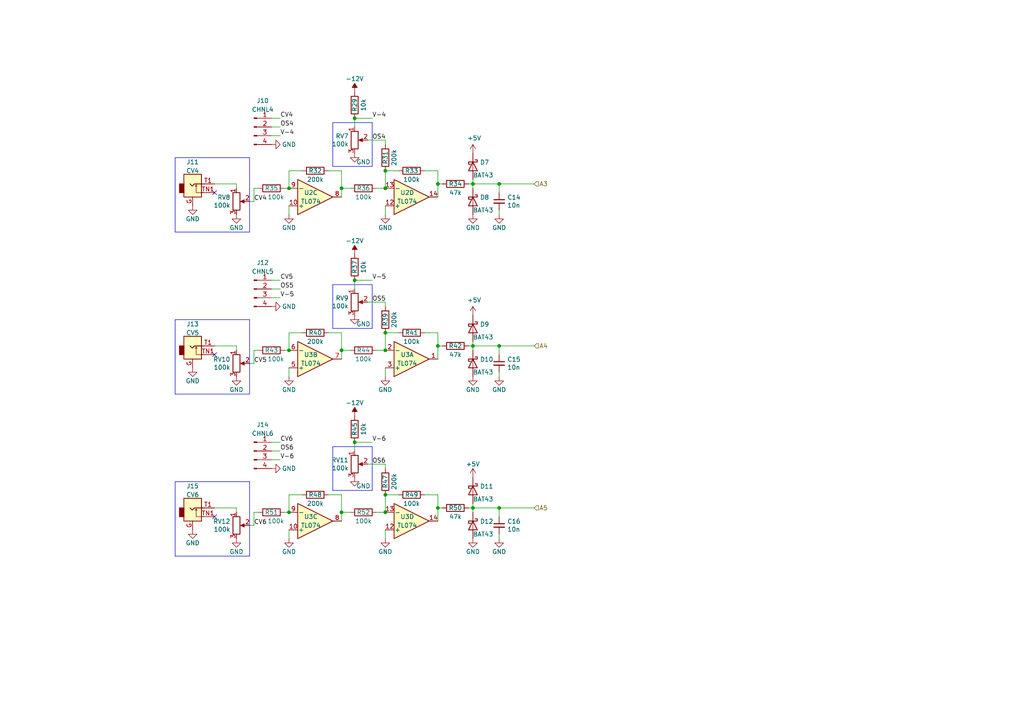
<source format=kicad_sch>
(kicad_sch (version 20230121) (generator eeschema)

  (uuid 342e4329-cb5f-4daf-9bae-f1166b95f4f2)

  (paper "A4")

  (lib_symbols
    (symbol "Amplifier_Operational:TL074" (pin_names (offset 0.127)) (in_bom yes) (on_board yes)
      (property "Reference" "U" (at 0 5.08 0)
        (effects (font (size 1.27 1.27)) (justify left))
      )
      (property "Value" "TL074" (at 0 -5.08 0)
        (effects (font (size 1.27 1.27)) (justify left))
      )
      (property "Footprint" "" (at -1.27 2.54 0)
        (effects (font (size 1.27 1.27)) hide)
      )
      (property "Datasheet" "http://www.ti.com/lit/ds/symlink/tl071.pdf" (at 1.27 5.08 0)
        (effects (font (size 1.27 1.27)) hide)
      )
      (property "ki_locked" "" (at 0 0 0)
        (effects (font (size 1.27 1.27)))
      )
      (property "ki_keywords" "quad opamp" (at 0 0 0)
        (effects (font (size 1.27 1.27)) hide)
      )
      (property "ki_description" "Quad Low-Noise JFET-Input Operational Amplifiers, DIP-14/SOIC-14" (at 0 0 0)
        (effects (font (size 1.27 1.27)) hide)
      )
      (property "ki_fp_filters" "SOIC*3.9x8.7mm*P1.27mm* DIP*W7.62mm* TSSOP*4.4x5mm*P0.65mm* SSOP*5.3x6.2mm*P0.65mm* MSOP*3x3mm*P0.5mm*" (at 0 0 0)
        (effects (font (size 1.27 1.27)) hide)
      )
      (symbol "TL074_1_1"
        (polyline
          (pts
            (xy -5.08 5.08)
            (xy 5.08 0)
            (xy -5.08 -5.08)
            (xy -5.08 5.08)
          )
          (stroke (width 0.254) (type default))
          (fill (type background))
        )
        (pin output line (at 7.62 0 180) (length 2.54)
          (name "~" (effects (font (size 1.27 1.27))))
          (number "1" (effects (font (size 1.27 1.27))))
        )
        (pin input line (at -7.62 -2.54 0) (length 2.54)
          (name "-" (effects (font (size 1.27 1.27))))
          (number "2" (effects (font (size 1.27 1.27))))
        )
        (pin input line (at -7.62 2.54 0) (length 2.54)
          (name "+" (effects (font (size 1.27 1.27))))
          (number "3" (effects (font (size 1.27 1.27))))
        )
      )
      (symbol "TL074_2_1"
        (polyline
          (pts
            (xy -5.08 5.08)
            (xy 5.08 0)
            (xy -5.08 -5.08)
            (xy -5.08 5.08)
          )
          (stroke (width 0.254) (type default))
          (fill (type background))
        )
        (pin input line (at -7.62 2.54 0) (length 2.54)
          (name "+" (effects (font (size 1.27 1.27))))
          (number "5" (effects (font (size 1.27 1.27))))
        )
        (pin input line (at -7.62 -2.54 0) (length 2.54)
          (name "-" (effects (font (size 1.27 1.27))))
          (number "6" (effects (font (size 1.27 1.27))))
        )
        (pin output line (at 7.62 0 180) (length 2.54)
          (name "~" (effects (font (size 1.27 1.27))))
          (number "7" (effects (font (size 1.27 1.27))))
        )
      )
      (symbol "TL074_3_1"
        (polyline
          (pts
            (xy -5.08 5.08)
            (xy 5.08 0)
            (xy -5.08 -5.08)
            (xy -5.08 5.08)
          )
          (stroke (width 0.254) (type default))
          (fill (type background))
        )
        (pin input line (at -7.62 2.54 0) (length 2.54)
          (name "+" (effects (font (size 1.27 1.27))))
          (number "10" (effects (font (size 1.27 1.27))))
        )
        (pin output line (at 7.62 0 180) (length 2.54)
          (name "~" (effects (font (size 1.27 1.27))))
          (number "8" (effects (font (size 1.27 1.27))))
        )
        (pin input line (at -7.62 -2.54 0) (length 2.54)
          (name "-" (effects (font (size 1.27 1.27))))
          (number "9" (effects (font (size 1.27 1.27))))
        )
      )
      (symbol "TL074_4_1"
        (polyline
          (pts
            (xy -5.08 5.08)
            (xy 5.08 0)
            (xy -5.08 -5.08)
            (xy -5.08 5.08)
          )
          (stroke (width 0.254) (type default))
          (fill (type background))
        )
        (pin input line (at -7.62 2.54 0) (length 2.54)
          (name "+" (effects (font (size 1.27 1.27))))
          (number "12" (effects (font (size 1.27 1.27))))
        )
        (pin input line (at -7.62 -2.54 0) (length 2.54)
          (name "-" (effects (font (size 1.27 1.27))))
          (number "13" (effects (font (size 1.27 1.27))))
        )
        (pin output line (at 7.62 0 180) (length 2.54)
          (name "~" (effects (font (size 1.27 1.27))))
          (number "14" (effects (font (size 1.27 1.27))))
        )
      )
      (symbol "TL074_5_1"
        (pin power_in line (at -2.54 -7.62 90) (length 3.81)
          (name "V-" (effects (font (size 1.27 1.27))))
          (number "11" (effects (font (size 1.27 1.27))))
        )
        (pin power_in line (at -2.54 7.62 270) (length 3.81)
          (name "V+" (effects (font (size 1.27 1.27))))
          (number "4" (effects (font (size 1.27 1.27))))
        )
      )
    )
    (symbol "CGE_symbols:AudioJack_Ground_Switch" (in_bom yes) (on_board yes)
      (property "Reference" "J" (at -0.762 6.35 0)
        (effects (font (size 1.27 1.27)))
      )
      (property "Value" "AudioJack_Ground_Switch" (at -0.762 4.318 0)
        (effects (font (size 1.27 1.27)))
      )
      (property "Footprint" "" (at -1.27 5.08 0)
        (effects (font (size 1.27 1.27)) hide)
      )
      (property "Datasheet" "~" (at -1.27 5.08 0)
        (effects (font (size 1.27 1.27)) hide)
      )
      (property "ki_keywords" "audio jack receptacle mono headphones phone TS connector" (at 0 0 0)
        (effects (font (size 1.27 1.27)) hide)
      )
      (property "ki_description" "Audio Jack, 2 Poles (Mono / TS), Switched Pole (Normalling)" (at 0 0 0)
        (effects (font (size 1.27 1.27)) hide)
      )
      (property "ki_fp_filters" "Jack*" (at 0 0 0)
        (effects (font (size 1.27 1.27)) hide)
      )
      (symbol "AudioJack_Ground_Switch_0_1"
        (rectangle (start -3.81 -2.54) (end -5.08 0)
          (stroke (width 0.254) (type solid))
          (fill (type outline))
        )
        (polyline
          (pts
            (xy -0.254 -0.254)
            (xy 0 -0.762)
          )
          (stroke (width 0) (type solid))
          (fill (type none))
        )
        (polyline
          (pts
            (xy 1.27 -2.54)
            (xy 2.032 -2.54)
          )
          (stroke (width 0) (type solid))
          (fill (type none))
        )
        (polyline
          (pts
            (xy 2.032 0)
            (xy 1.27 0)
          )
          (stroke (width 0) (type solid))
          (fill (type none))
        )
        (polyline
          (pts
            (xy -2.032 0)
            (xy -1.397 -0.635)
            (xy -0.762 0)
            (xy 1.27 0)
          )
          (stroke (width 0.254) (type solid))
          (fill (type none))
        )
        (polyline
          (pts
            (xy 1.27 -2.54)
            (xy -0.254 -2.54)
            (xy -0.254 -0.254)
            (xy -0.508 -0.762)
          )
          (stroke (width 0) (type solid))
          (fill (type none))
        )
        (rectangle (start 1.27 2.794) (end -3.81 -3.81)
          (stroke (width 0.254) (type solid))
          (fill (type background))
        )
      )
      (symbol "AudioJack_Ground_Switch_1_1"
        (pin passive line (at -1.27 -6.35 90) (length 2.54)
          (name "~" (effects (font (size 1.27 1.27))))
          (number "G" (effects (font (size 1.27 1.27))))
        )
        (pin passive line (at 5.08 0 180) (length 3.81)
          (name "~" (effects (font (size 1.27 1.27))))
          (number "T1" (effects (font (size 1.27 1.27))))
        )
        (pin passive line (at 5.08 -2.54 180) (length 3.81)
          (name "~" (effects (font (size 1.27 1.27))))
          (number "TN1" (effects (font (size 1.27 1.27))))
        )
      )
    )
    (symbol "CV_to_DMX-rescue:Conn_01x04_Male-Connector" (pin_names (offset 1.016) hide) (in_bom yes) (on_board yes)
      (property "Reference" "J" (at 0 5.08 0)
        (effects (font (size 1.27 1.27)))
      )
      (property "Value" "Connector_Conn_01x04_Male" (at 0 -7.62 0)
        (effects (font (size 1.27 1.27)))
      )
      (property "Footprint" "" (at 0 0 0)
        (effects (font (size 1.27 1.27)) hide)
      )
      (property "Datasheet" "" (at 0 0 0)
        (effects (font (size 1.27 1.27)) hide)
      )
      (property "ki_fp_filters" "Connector*:*_1x??_*" (at 0 0 0)
        (effects (font (size 1.27 1.27)) hide)
      )
      (symbol "Conn_01x04_Male-Connector_1_1"
        (polyline
          (pts
            (xy 1.27 -5.08)
            (xy 0.8636 -5.08)
          )
          (stroke (width 0.1524) (type solid))
          (fill (type none))
        )
        (polyline
          (pts
            (xy 1.27 -2.54)
            (xy 0.8636 -2.54)
          )
          (stroke (width 0.1524) (type solid))
          (fill (type none))
        )
        (polyline
          (pts
            (xy 1.27 0)
            (xy 0.8636 0)
          )
          (stroke (width 0.1524) (type solid))
          (fill (type none))
        )
        (polyline
          (pts
            (xy 1.27 2.54)
            (xy 0.8636 2.54)
          )
          (stroke (width 0.1524) (type solid))
          (fill (type none))
        )
        (rectangle (start 0.8636 -4.953) (end 0 -5.207)
          (stroke (width 0.1524) (type solid))
          (fill (type outline))
        )
        (rectangle (start 0.8636 -2.413) (end 0 -2.667)
          (stroke (width 0.1524) (type solid))
          (fill (type outline))
        )
        (rectangle (start 0.8636 0.127) (end 0 -0.127)
          (stroke (width 0.1524) (type solid))
          (fill (type outline))
        )
        (rectangle (start 0.8636 2.667) (end 0 2.413)
          (stroke (width 0.1524) (type solid))
          (fill (type outline))
        )
        (pin passive line (at 5.08 2.54 180) (length 3.81)
          (name "Pin_1" (effects (font (size 1.27 1.27))))
          (number "1" (effects (font (size 1.27 1.27))))
        )
        (pin passive line (at 5.08 0 180) (length 3.81)
          (name "Pin_2" (effects (font (size 1.27 1.27))))
          (number "2" (effects (font (size 1.27 1.27))))
        )
        (pin passive line (at 5.08 -2.54 180) (length 3.81)
          (name "Pin_3" (effects (font (size 1.27 1.27))))
          (number "3" (effects (font (size 1.27 1.27))))
        )
        (pin passive line (at 5.08 -5.08 180) (length 3.81)
          (name "Pin_4" (effects (font (size 1.27 1.27))))
          (number "4" (effects (font (size 1.27 1.27))))
        )
      )
    )
    (symbol "CV_to_DMX-rescue:R_POT-Device" (pin_names (offset 1.016) hide) (in_bom yes) (on_board yes)
      (property "Reference" "RV" (at -4.445 0 90)
        (effects (font (size 1.27 1.27)))
      )
      (property "Value" "Device_R_POT" (at -2.54 0 90)
        (effects (font (size 1.27 1.27)))
      )
      (property "Footprint" "" (at 0 0 0)
        (effects (font (size 1.27 1.27)) hide)
      )
      (property "Datasheet" "" (at 0 0 0)
        (effects (font (size 1.27 1.27)) hide)
      )
      (property "ki_fp_filters" "Potentiometer*" (at 0 0 0)
        (effects (font (size 1.27 1.27)) hide)
      )
      (symbol "R_POT-Device_0_1"
        (polyline
          (pts
            (xy 2.54 0)
            (xy 1.524 0)
          )
          (stroke (width 0) (type solid))
          (fill (type none))
        )
        (polyline
          (pts
            (xy 1.143 0)
            (xy 2.286 0.508)
            (xy 2.286 -0.508)
            (xy 1.143 0)
          )
          (stroke (width 0) (type solid))
          (fill (type outline))
        )
        (rectangle (start 1.016 2.54) (end -1.016 -2.54)
          (stroke (width 0.254) (type solid))
          (fill (type none))
        )
      )
      (symbol "R_POT-Device_1_1"
        (pin passive line (at 0 3.81 270) (length 1.27)
          (name "1" (effects (font (size 1.27 1.27))))
          (number "1" (effects (font (size 1.27 1.27))))
        )
        (pin passive line (at 3.81 0 180) (length 1.27)
          (name "2" (effects (font (size 1.27 1.27))))
          (number "2" (effects (font (size 1.27 1.27))))
        )
        (pin passive line (at 0 -3.81 90) (length 1.27)
          (name "3" (effects (font (size 1.27 1.27))))
          (number "3" (effects (font (size 1.27 1.27))))
        )
      )
    )
    (symbol "Device:C_Small" (pin_numbers hide) (pin_names (offset 0.254) hide) (in_bom yes) (on_board yes)
      (property "Reference" "C" (at 0.254 1.778 0)
        (effects (font (size 1.27 1.27)) (justify left))
      )
      (property "Value" "C_Small" (at 0.254 -2.032 0)
        (effects (font (size 1.27 1.27)) (justify left))
      )
      (property "Footprint" "" (at 0 0 0)
        (effects (font (size 1.27 1.27)) hide)
      )
      (property "Datasheet" "~" (at 0 0 0)
        (effects (font (size 1.27 1.27)) hide)
      )
      (property "ki_keywords" "capacitor cap" (at 0 0 0)
        (effects (font (size 1.27 1.27)) hide)
      )
      (property "ki_description" "Unpolarized capacitor, small symbol" (at 0 0 0)
        (effects (font (size 1.27 1.27)) hide)
      )
      (property "ki_fp_filters" "C_*" (at 0 0 0)
        (effects (font (size 1.27 1.27)) hide)
      )
      (symbol "C_Small_0_1"
        (polyline
          (pts
            (xy -1.524 -0.508)
            (xy 1.524 -0.508)
          )
          (stroke (width 0.3302) (type default))
          (fill (type none))
        )
        (polyline
          (pts
            (xy -1.524 0.508)
            (xy 1.524 0.508)
          )
          (stroke (width 0.3048) (type default))
          (fill (type none))
        )
      )
      (symbol "C_Small_1_1"
        (pin passive line (at 0 2.54 270) (length 2.032)
          (name "~" (effects (font (size 1.27 1.27))))
          (number "1" (effects (font (size 1.27 1.27))))
        )
        (pin passive line (at 0 -2.54 90) (length 2.032)
          (name "~" (effects (font (size 1.27 1.27))))
          (number "2" (effects (font (size 1.27 1.27))))
        )
      )
    )
    (symbol "Device:R" (pin_numbers hide) (pin_names (offset 0)) (in_bom yes) (on_board yes)
      (property "Reference" "R" (at 2.032 0 90)
        (effects (font (size 1.27 1.27)))
      )
      (property "Value" "R" (at 0 0 90)
        (effects (font (size 1.27 1.27)))
      )
      (property "Footprint" "" (at -1.778 0 90)
        (effects (font (size 1.27 1.27)) hide)
      )
      (property "Datasheet" "~" (at 0 0 0)
        (effects (font (size 1.27 1.27)) hide)
      )
      (property "ki_keywords" "R res resistor" (at 0 0 0)
        (effects (font (size 1.27 1.27)) hide)
      )
      (property "ki_description" "Resistor" (at 0 0 0)
        (effects (font (size 1.27 1.27)) hide)
      )
      (property "ki_fp_filters" "R_*" (at 0 0 0)
        (effects (font (size 1.27 1.27)) hide)
      )
      (symbol "R_0_1"
        (rectangle (start -1.016 -2.54) (end 1.016 2.54)
          (stroke (width 0.254) (type default))
          (fill (type none))
        )
      )
      (symbol "R_1_1"
        (pin passive line (at 0 3.81 270) (length 1.27)
          (name "~" (effects (font (size 1.27 1.27))))
          (number "1" (effects (font (size 1.27 1.27))))
        )
        (pin passive line (at 0 -3.81 90) (length 1.27)
          (name "~" (effects (font (size 1.27 1.27))))
          (number "2" (effects (font (size 1.27 1.27))))
        )
      )
    )
    (symbol "Diode:BAT43" (pin_numbers hide) (pin_names (offset 1.016) hide) (in_bom yes) (on_board yes)
      (property "Reference" "D" (at 0 2.54 0)
        (effects (font (size 1.27 1.27)))
      )
      (property "Value" "BAT43" (at 0 -2.54 0)
        (effects (font (size 1.27 1.27)))
      )
      (property "Footprint" "Diode_THT:D_DO-35_SOD27_P7.62mm_Horizontal" (at 0 -4.445 0)
        (effects (font (size 1.27 1.27)) hide)
      )
      (property "Datasheet" "http://www.vishay.com/docs/85660/bat42.pdf" (at 0 0 0)
        (effects (font (size 1.27 1.27)) hide)
      )
      (property "ki_keywords" "diode Schottky" (at 0 0 0)
        (effects (font (size 1.27 1.27)) hide)
      )
      (property "ki_description" "30V 0.2A Small Signal Schottky Diode, DO-35" (at 0 0 0)
        (effects (font (size 1.27 1.27)) hide)
      )
      (property "ki_fp_filters" "D*DO?35*" (at 0 0 0)
        (effects (font (size 1.27 1.27)) hide)
      )
      (symbol "BAT43_0_1"
        (polyline
          (pts
            (xy 1.27 0)
            (xy -1.27 0)
          )
          (stroke (width 0) (type default))
          (fill (type none))
        )
        (polyline
          (pts
            (xy 1.27 1.27)
            (xy 1.27 -1.27)
            (xy -1.27 0)
            (xy 1.27 1.27)
          )
          (stroke (width 0.254) (type default))
          (fill (type none))
        )
        (polyline
          (pts
            (xy -1.905 0.635)
            (xy -1.905 1.27)
            (xy -1.27 1.27)
            (xy -1.27 -1.27)
            (xy -0.635 -1.27)
            (xy -0.635 -0.635)
          )
          (stroke (width 0.254) (type default))
          (fill (type none))
        )
      )
      (symbol "BAT43_1_1"
        (pin passive line (at -3.81 0 0) (length 2.54)
          (name "K" (effects (font (size 1.27 1.27))))
          (number "1" (effects (font (size 1.27 1.27))))
        )
        (pin passive line (at 3.81 0 180) (length 2.54)
          (name "A" (effects (font (size 1.27 1.27))))
          (number "2" (effects (font (size 1.27 1.27))))
        )
      )
    )
    (symbol "power:+5V" (power) (pin_names (offset 0)) (in_bom yes) (on_board yes)
      (property "Reference" "#PWR" (at 0 -3.81 0)
        (effects (font (size 1.27 1.27)) hide)
      )
      (property "Value" "+5V" (at 0 3.556 0)
        (effects (font (size 1.27 1.27)))
      )
      (property "Footprint" "" (at 0 0 0)
        (effects (font (size 1.27 1.27)) hide)
      )
      (property "Datasheet" "" (at 0 0 0)
        (effects (font (size 1.27 1.27)) hide)
      )
      (property "ki_keywords" "global power" (at 0 0 0)
        (effects (font (size 1.27 1.27)) hide)
      )
      (property "ki_description" "Power symbol creates a global label with name \"+5V\"" (at 0 0 0)
        (effects (font (size 1.27 1.27)) hide)
      )
      (symbol "+5V_0_1"
        (polyline
          (pts
            (xy -0.762 1.27)
            (xy 0 2.54)
          )
          (stroke (width 0) (type default))
          (fill (type none))
        )
        (polyline
          (pts
            (xy 0 0)
            (xy 0 2.54)
          )
          (stroke (width 0) (type default))
          (fill (type none))
        )
        (polyline
          (pts
            (xy 0 2.54)
            (xy 0.762 1.27)
          )
          (stroke (width 0) (type default))
          (fill (type none))
        )
      )
      (symbol "+5V_1_1"
        (pin power_in line (at 0 0 90) (length 0) hide
          (name "+5V" (effects (font (size 1.27 1.27))))
          (number "1" (effects (font (size 1.27 1.27))))
        )
      )
    )
    (symbol "power:-12V" (power) (pin_names (offset 0)) (in_bom yes) (on_board yes)
      (property "Reference" "#PWR" (at 0 2.54 0)
        (effects (font (size 1.27 1.27)) hide)
      )
      (property "Value" "-12V" (at 0 3.81 0)
        (effects (font (size 1.27 1.27)))
      )
      (property "Footprint" "" (at 0 0 0)
        (effects (font (size 1.27 1.27)) hide)
      )
      (property "Datasheet" "" (at 0 0 0)
        (effects (font (size 1.27 1.27)) hide)
      )
      (property "ki_keywords" "global power" (at 0 0 0)
        (effects (font (size 1.27 1.27)) hide)
      )
      (property "ki_description" "Power symbol creates a global label with name \"-12V\"" (at 0 0 0)
        (effects (font (size 1.27 1.27)) hide)
      )
      (symbol "-12V_0_0"
        (pin power_in line (at 0 0 90) (length 0) hide
          (name "-12V" (effects (font (size 1.27 1.27))))
          (number "1" (effects (font (size 1.27 1.27))))
        )
      )
      (symbol "-12V_0_1"
        (polyline
          (pts
            (xy 0 0)
            (xy 0 1.27)
            (xy 0.762 1.27)
            (xy 0 2.54)
            (xy -0.762 1.27)
            (xy 0 1.27)
          )
          (stroke (width 0) (type default))
          (fill (type outline))
        )
      )
    )
    (symbol "power:GND" (power) (pin_names (offset 0)) (in_bom yes) (on_board yes)
      (property "Reference" "#PWR" (at 0 -6.35 0)
        (effects (font (size 1.27 1.27)) hide)
      )
      (property "Value" "GND" (at 0 -3.81 0)
        (effects (font (size 1.27 1.27)))
      )
      (property "Footprint" "" (at 0 0 0)
        (effects (font (size 1.27 1.27)) hide)
      )
      (property "Datasheet" "" (at 0 0 0)
        (effects (font (size 1.27 1.27)) hide)
      )
      (property "ki_keywords" "global power" (at 0 0 0)
        (effects (font (size 1.27 1.27)) hide)
      )
      (property "ki_description" "Power symbol creates a global label with name \"GND\" , ground" (at 0 0 0)
        (effects (font (size 1.27 1.27)) hide)
      )
      (symbol "GND_0_1"
        (polyline
          (pts
            (xy 0 0)
            (xy 0 -1.27)
            (xy 1.27 -1.27)
            (xy 0 -2.54)
            (xy -1.27 -1.27)
            (xy 0 -1.27)
          )
          (stroke (width 0) (type default))
          (fill (type none))
        )
      )
      (symbol "GND_1_1"
        (pin power_in line (at 0 0 270) (length 0) hide
          (name "GND" (effects (font (size 1.27 1.27))))
          (number "1" (effects (font (size 1.27 1.27))))
        )
      )
    )
  )

  (junction (at 102.87 81.28) (diameter 0) (color 0 0 0 0)
    (uuid 136f6901-53a6-4274-b959-dc2aed107ee1)
  )
  (junction (at 144.78 100.33) (diameter 0) (color 0 0 0 0)
    (uuid 19c63ddc-fe1f-464e-989f-4e634eff04c6)
  )
  (junction (at 83.82 101.6) (diameter 0) (color 0 0 0 0)
    (uuid 1c09c6ec-b1e1-4039-914d-c394761f5e30)
  )
  (junction (at 144.78 147.32) (diameter 0) (color 0 0 0 0)
    (uuid 38e4afab-bd64-4225-a991-1b88467d3793)
  )
  (junction (at 111.76 54.61) (diameter 0) (color 0 0 0 0)
    (uuid 41bd98b7-f7b3-4807-bef0-c901d384b812)
  )
  (junction (at 111.76 101.6) (diameter 0) (color 0 0 0 0)
    (uuid 48bb8cd0-8ee6-42b7-b955-d831a1d8d69e)
  )
  (junction (at 99.06 148.59) (diameter 0) (color 0 0 0 0)
    (uuid 4f73de2e-bf1c-4e8e-91f8-d0f42f9978bb)
  )
  (junction (at 137.16 147.32) (diameter 0) (color 0 0 0 0)
    (uuid 55b162e7-3281-4be4-8de4-aebdfaed55b4)
  )
  (junction (at 127 100.33) (diameter 0) (color 0 0 0 0)
    (uuid 621030a9-9c20-4fe4-84ca-2fa7ba26ba91)
  )
  (junction (at 137.16 53.34) (diameter 0) (color 0 0 0 0)
    (uuid 7b468d18-222e-4b7b-9314-7744af1d4cc5)
  )
  (junction (at 111.76 143.51) (diameter 0) (color 0 0 0 0)
    (uuid 841cdb00-94ba-4d4b-9c54-dfd10ea27498)
  )
  (junction (at 99.06 101.6) (diameter 0) (color 0 0 0 0)
    (uuid 866f6788-7875-4f00-bcf8-8ed2fa805977)
  )
  (junction (at 127 53.34) (diameter 0) (color 0 0 0 0)
    (uuid 8b475cbc-5346-4b8a-b4b4-aa0965fc426e)
  )
  (junction (at 102.87 34.29) (diameter 0) (color 0 0 0 0)
    (uuid 9c8fd219-ef61-498c-afa1-8b696d7a15ca)
  )
  (junction (at 137.16 100.33) (diameter 0) (color 0 0 0 0)
    (uuid a3e48ec9-407d-40cc-ab86-7b7890032b89)
  )
  (junction (at 83.82 148.59) (diameter 0) (color 0 0 0 0)
    (uuid a4a83a9d-dd17-43e6-8ff1-ce0dcaaca719)
  )
  (junction (at 127 147.32) (diameter 0) (color 0 0 0 0)
    (uuid b4cc8fba-7e0f-4e98-8bdc-fa276772debb)
  )
  (junction (at 111.76 49.53) (diameter 0) (color 0 0 0 0)
    (uuid bdd103e6-7fc4-43d4-9e32-e578c8e63b08)
  )
  (junction (at 83.82 54.61) (diameter 0) (color 0 0 0 0)
    (uuid beee056c-7b5c-4af7-b97d-6ca478a6e6e2)
  )
  (junction (at 144.78 53.34) (diameter 0) (color 0 0 0 0)
    (uuid c1d6b2e0-eb50-4af8-929a-237d0a1350d9)
  )
  (junction (at 102.87 128.27) (diameter 0) (color 0 0 0 0)
    (uuid c788ca2f-479d-4989-8d4e-bb8b3e71fdb9)
  )
  (junction (at 99.06 54.61) (diameter 0) (color 0 0 0 0)
    (uuid e67f7f27-a6bf-463e-a634-3e883ef826e4)
  )
  (junction (at 111.76 96.52) (diameter 0) (color 0 0 0 0)
    (uuid e948ca13-fc5a-4436-acb7-adb7ee9159a1)
  )
  (junction (at 111.76 148.59) (diameter 0) (color 0 0 0 0)
    (uuid fc94bd0e-ae9e-45e9-8f20-3dfc1b4d8032)
  )

  (no_connect (at 62.23 55.88) (uuid 266c31c7-7c54-4396-a1ee-946a6248aff2))
  (no_connect (at 62.23 102.87) (uuid 444f8acd-3b5b-4f11-93f5-82dec5239f8b))
  (no_connect (at 62.23 149.86) (uuid fee9241e-b216-4322-a1ad-913d6d02a8f9))

  (wire (pts (xy 144.78 100.33) (xy 144.78 102.87))
    (stroke (width 0) (type default))
    (uuid 01e05343-6516-4614-8569-76b45e24f1b2)
  )
  (wire (pts (xy 78.74 39.37) (xy 81.28 39.37))
    (stroke (width 0) (type default))
    (uuid 05e09c17-ecba-4e4a-ab82-e52bb205a6b2)
  )
  (polyline (pts (xy 72.39 92.71) (xy 72.39 114.3))
    (stroke (width 0) (type default))
    (uuid 0a2dc920-e65a-4294-a70c-afc60d345e57)
  )

  (wire (pts (xy 144.78 100.33) (xy 154.94 100.33))
    (stroke (width 0) (type default))
    (uuid 0cb5fd27-6a85-46c3-baff-9337a6dd70fa)
  )
  (wire (pts (xy 111.76 40.64) (xy 111.76 41.91))
    (stroke (width 0) (type default))
    (uuid 0ebb8d78-ca49-4cef-ad4f-e487e4c27e96)
  )
  (polyline (pts (xy 72.39 67.31) (xy 50.8 67.31))
    (stroke (width 0) (type default))
    (uuid 114c08e7-efb1-41f4-b370-afc4b7224fca)
  )

  (wire (pts (xy 102.87 34.29) (xy 107.95 34.29))
    (stroke (width 0) (type default))
    (uuid 12355cc1-11f0-40a9-842f-5dcc15a90765)
  )
  (wire (pts (xy 127 143.51) (xy 127 147.32))
    (stroke (width 0) (type default))
    (uuid 139b5bb6-9d95-4889-a8ea-8dc41330c6de)
  )
  (wire (pts (xy 82.55 101.6) (xy 83.82 101.6))
    (stroke (width 0) (type default))
    (uuid 17f12239-950e-4e30-928a-d1f96f8ad432)
  )
  (wire (pts (xy 137.16 147.32) (xy 137.16 148.59))
    (stroke (width 0) (type default))
    (uuid 1dbb4181-2d9d-4476-b789-278eb927c3a7)
  )
  (wire (pts (xy 109.22 54.61) (xy 111.76 54.61))
    (stroke (width 0) (type default))
    (uuid 1ee0a6e6-ce52-4e3e-b0c6-990bb54b34e3)
  )
  (polyline (pts (xy 96.52 82.55) (xy 107.95 82.55))
    (stroke (width 0) (type default))
    (uuid 22270f0c-8c52-4353-b362-675cd50d56e3)
  )

  (wire (pts (xy 137.16 53.34) (xy 144.78 53.34))
    (stroke (width 0) (type default))
    (uuid 2413fcb8-0fa5-4b93-9aa8-0887f5c3adf6)
  )
  (wire (pts (xy 111.76 59.69) (xy 111.76 62.23))
    (stroke (width 0) (type default))
    (uuid 267417f3-6b64-4fa1-96dc-ef2854943627)
  )
  (wire (pts (xy 135.89 100.33) (xy 137.16 100.33))
    (stroke (width 0) (type default))
    (uuid 26f5ca2e-036c-428d-bfa1-f89f55fd2097)
  )
  (wire (pts (xy 102.87 34.29) (xy 102.87 36.83))
    (stroke (width 0) (type default))
    (uuid 2988a38e-25d6-4938-b8db-dd3487cbd83b)
  )
  (wire (pts (xy 83.82 106.68) (xy 83.82 109.22))
    (stroke (width 0) (type default))
    (uuid 2b139473-764a-427a-af73-7d1f7ab99a60)
  )
  (polyline (pts (xy 50.8 92.71) (xy 72.39 92.71))
    (stroke (width 0) (type default))
    (uuid 2b9fb9e5-aa44-4e72-86c2-16614c813b3a)
  )
  (polyline (pts (xy 50.8 161.29) (xy 50.8 139.7))
    (stroke (width 0) (type default))
    (uuid 2cade768-8803-4fb7-ae7b-801c20a03a7b)
  )

  (wire (pts (xy 95.25 49.53) (xy 99.06 49.53))
    (stroke (width 0) (type default))
    (uuid 2d6f5f8b-78f5-4348-aca4-cbd165562bee)
  )
  (polyline (pts (xy 50.8 114.3) (xy 50.8 92.71))
    (stroke (width 0) (type default))
    (uuid 2da54c01-9040-49ef-a40d-e940c025da0a)
  )

  (wire (pts (xy 109.22 101.6) (xy 111.76 101.6))
    (stroke (width 0) (type default))
    (uuid 37f893d9-b7f8-400b-9e8c-2b22d4c1b122)
  )
  (wire (pts (xy 111.76 134.62) (xy 111.76 135.89))
    (stroke (width 0) (type default))
    (uuid 395650af-4aed-43a0-8458-96ad5b39fa21)
  )
  (wire (pts (xy 127 53.34) (xy 127 57.15))
    (stroke (width 0) (type default))
    (uuid 3fd7f57d-2eec-47d3-9cc1-03724498b2d0)
  )
  (wire (pts (xy 137.16 100.33) (xy 137.16 101.6))
    (stroke (width 0) (type default))
    (uuid 408d0d10-5de6-479e-9efe-874b79646a7e)
  )
  (wire (pts (xy 99.06 143.51) (xy 99.06 148.59))
    (stroke (width 0) (type default))
    (uuid 43129664-df62-49e3-aa77-b7b2cc4b4206)
  )
  (wire (pts (xy 137.16 147.32) (xy 144.78 147.32))
    (stroke (width 0) (type default))
    (uuid 469cc444-4bb4-48d7-8265-6f1255aedd96)
  )
  (wire (pts (xy 82.55 54.61) (xy 83.82 54.61))
    (stroke (width 0) (type default))
    (uuid 4761d2ae-81b9-4ecf-b42e-a2cfcc5038ab)
  )
  (polyline (pts (xy 72.39 114.3) (xy 50.8 114.3))
    (stroke (width 0) (type default))
    (uuid 4907b781-37a5-4d1e-8e8f-88ca6c14d824)
  )

  (wire (pts (xy 78.74 34.29) (xy 81.28 34.29))
    (stroke (width 0) (type default))
    (uuid 4c0dd074-e95f-4508-811d-662273f2325a)
  )
  (wire (pts (xy 73.66 148.59) (xy 74.93 148.59))
    (stroke (width 0) (type default))
    (uuid 510d99a2-045a-49c0-98fb-98de961a453b)
  )
  (polyline (pts (xy 107.95 82.55) (xy 107.95 95.25))
    (stroke (width 0) (type default))
    (uuid 5195673d-390e-4319-b09d-d251507ac40f)
  )

  (wire (pts (xy 106.68 134.62) (xy 111.76 134.62))
    (stroke (width 0) (type default))
    (uuid 5308b0e6-1895-4042-8813-fd469f0b93bb)
  )
  (wire (pts (xy 99.06 49.53) (xy 99.06 54.61))
    (stroke (width 0) (type default))
    (uuid 542d2d8b-48a6-4d57-ac67-00e10b9aaf63)
  )
  (wire (pts (xy 87.63 49.53) (xy 83.82 49.53))
    (stroke (width 0) (type default))
    (uuid 54e4ca1a-238d-4439-af7f-0676c101dfc7)
  )
  (wire (pts (xy 83.82 143.51) (xy 83.82 148.59))
    (stroke (width 0) (type default))
    (uuid 558a463e-a560-47c2-a87b-f12163fad646)
  )
  (wire (pts (xy 73.66 58.42) (xy 72.39 58.42))
    (stroke (width 0) (type default))
    (uuid 56a7f4dc-d448-4711-be08-e2a010ff1ab0)
  )
  (wire (pts (xy 137.16 100.33) (xy 144.78 100.33))
    (stroke (width 0) (type default))
    (uuid 5810ea5d-fc51-4a73-8deb-9d2212993219)
  )
  (wire (pts (xy 62.23 53.34) (xy 68.58 53.34))
    (stroke (width 0) (type default))
    (uuid 58e78f8f-9ae0-49e5-a2d5-e48b6597152f)
  )
  (polyline (pts (xy 72.39 139.7) (xy 72.39 161.29))
    (stroke (width 0) (type default))
    (uuid 598cdf6a-0156-4f2a-a341-c8cfeeab8e7b)
  )

  (wire (pts (xy 73.66 54.61) (xy 73.66 58.42))
    (stroke (width 0) (type default))
    (uuid 5a0dddfc-21e3-4161-b517-d2aaee9b4d01)
  )
  (wire (pts (xy 111.76 106.68) (xy 111.76 109.22))
    (stroke (width 0) (type default))
    (uuid 5b871dd1-6e44-47dd-9026-47b67ed13e1f)
  )
  (wire (pts (xy 99.06 101.6) (xy 99.06 104.14))
    (stroke (width 0) (type default))
    (uuid 62848b2e-6f22-46f9-ad39-0a7f008a416b)
  )
  (wire (pts (xy 78.74 130.81) (xy 81.28 130.81))
    (stroke (width 0) (type default))
    (uuid 62ddc5e0-67b5-41df-8699-4b489809fa4b)
  )
  (wire (pts (xy 95.25 96.52) (xy 99.06 96.52))
    (stroke (width 0) (type default))
    (uuid 633f2140-1b33-4029-a997-3b173fa166d2)
  )
  (wire (pts (xy 78.74 83.82) (xy 81.28 83.82))
    (stroke (width 0) (type default))
    (uuid 6a8effd5-01bc-40dd-85f9-50f53a62ed5c)
  )
  (wire (pts (xy 107.95 128.27) (xy 102.87 128.27))
    (stroke (width 0) (type default))
    (uuid 6d87f8f3-5831-4c1a-a9cb-d2c7c0ca666e)
  )
  (polyline (pts (xy 107.95 142.24) (xy 107.95 129.54))
    (stroke (width 0) (type default))
    (uuid 6e8a4267-a3ed-4fdd-9ae5-7b1a87de7330)
  )

  (wire (pts (xy 99.06 96.52) (xy 99.06 101.6))
    (stroke (width 0) (type default))
    (uuid 70ce82d7-e6f7-48a6-a367-5b51d6e0ad8f)
  )
  (wire (pts (xy 111.76 49.53) (xy 111.76 54.61))
    (stroke (width 0) (type default))
    (uuid 7200f1e7-5857-4340-83b2-29a645db40ac)
  )
  (wire (pts (xy 62.23 147.32) (xy 68.58 147.32))
    (stroke (width 0) (type default))
    (uuid 722ae879-3eae-4bec-a9e1-537fda8d4fb8)
  )
  (wire (pts (xy 73.66 152.4) (xy 72.39 152.4))
    (stroke (width 0) (type default))
    (uuid 74da0b98-547f-46f3-8dfe-c74a386c163b)
  )
  (wire (pts (xy 137.16 53.34) (xy 137.16 54.61))
    (stroke (width 0) (type default))
    (uuid 7725cefc-8e98-44a6-86df-1453816e2030)
  )
  (wire (pts (xy 128.27 100.33) (xy 127 100.33))
    (stroke (width 0) (type default))
    (uuid 7b3dbc35-e7dd-4f65-b166-c06fc097386d)
  )
  (wire (pts (xy 144.78 147.32) (xy 144.78 149.86))
    (stroke (width 0) (type default))
    (uuid 7f9e7ff9-76e9-447b-9f4d-6a64686c6a14)
  )
  (wire (pts (xy 83.82 59.69) (xy 83.82 62.23))
    (stroke (width 0) (type default))
    (uuid 8288c406-804c-47d2-be56-6875a8b1a7fa)
  )
  (wire (pts (xy 82.55 148.59) (xy 83.82 148.59))
    (stroke (width 0) (type default))
    (uuid 83aed18f-3412-4c45-acb2-530fad4ecf0e)
  )
  (polyline (pts (xy 107.95 35.56) (xy 107.95 48.26))
    (stroke (width 0) (type default))
    (uuid 84cd2a8e-8904-4578-aecc-ea3550d358cf)
  )
  (polyline (pts (xy 107.95 129.54) (xy 96.52 129.54))
    (stroke (width 0) (type default))
    (uuid 85684507-b6c4-4055-b949-027d15aa1141)
  )

  (wire (pts (xy 87.63 143.51) (xy 83.82 143.51))
    (stroke (width 0) (type default))
    (uuid 8756d8c1-a584-464f-baf2-6524d8adcfd2)
  )
  (wire (pts (xy 123.19 49.53) (xy 127 49.53))
    (stroke (width 0) (type default))
    (uuid 89aaf34d-5d2a-4cbc-a62a-b88bbc63ffc2)
  )
  (wire (pts (xy 101.6 148.59) (xy 99.06 148.59))
    (stroke (width 0) (type default))
    (uuid 8bfcd185-ba86-4eea-bb13-358fca7c609e)
  )
  (wire (pts (xy 78.74 128.27) (xy 81.28 128.27))
    (stroke (width 0) (type default))
    (uuid 8cf96521-45c8-4d69-8af4-ac6ea60f6ca7)
  )
  (wire (pts (xy 102.87 128.27) (xy 102.87 130.81))
    (stroke (width 0) (type default))
    (uuid 90920693-8ba6-4d5d-846c-9df466e9624a)
  )
  (wire (pts (xy 115.57 49.53) (xy 111.76 49.53))
    (stroke (width 0) (type default))
    (uuid 934c7cd5-5297-4458-821a-af38b3fcdb49)
  )
  (wire (pts (xy 123.19 143.51) (xy 127 143.51))
    (stroke (width 0) (type default))
    (uuid 98a68920-d1db-4e27-a62f-d7dd81e71b25)
  )
  (wire (pts (xy 127 96.52) (xy 127 100.33))
    (stroke (width 0) (type default))
    (uuid 9a26616a-9392-4939-9232-056fb6e3c351)
  )
  (wire (pts (xy 144.78 147.32) (xy 154.94 147.32))
    (stroke (width 0) (type default))
    (uuid 9dbcd8d1-c827-46c0-9f58-50d02163190f)
  )
  (wire (pts (xy 137.16 100.33) (xy 137.16 99.06))
    (stroke (width 0) (type default))
    (uuid a0a51870-e714-4ecc-ba5c-45a20482d4c7)
  )
  (wire (pts (xy 78.74 86.36) (xy 81.28 86.36))
    (stroke (width 0) (type default))
    (uuid a0f493e9-38a6-49de-9a5a-727e0e0c53b2)
  )
  (wire (pts (xy 78.74 133.35) (xy 81.28 133.35))
    (stroke (width 0) (type default))
    (uuid a1be2a86-72ee-4abe-83c5-414e0ac13ff4)
  )
  (wire (pts (xy 83.82 49.53) (xy 83.82 54.61))
    (stroke (width 0) (type default))
    (uuid a714711e-2860-4017-979f-372afbf49020)
  )
  (wire (pts (xy 78.74 81.28) (xy 81.28 81.28))
    (stroke (width 0) (type default))
    (uuid a87d5912-c8a0-43cb-8c26-7621ccfb4c2c)
  )
  (wire (pts (xy 109.22 148.59) (xy 111.76 148.59))
    (stroke (width 0) (type default))
    (uuid ab7e50d1-23fc-4a49-9560-ef94cea26bfa)
  )
  (polyline (pts (xy 96.52 48.26) (xy 96.52 35.56))
    (stroke (width 0) (type default))
    (uuid ac13c006-dd38-46ef-acb5-e6c1faf1441d)
  )

  (wire (pts (xy 127 147.32) (xy 127 151.13))
    (stroke (width 0) (type default))
    (uuid afb5a0fc-24a0-46a0-a4a0-b13de8fef105)
  )
  (wire (pts (xy 78.74 36.83) (xy 81.28 36.83))
    (stroke (width 0) (type default))
    (uuid b1f6fbad-869c-425e-9500-c90e84f98058)
  )
  (wire (pts (xy 83.82 96.52) (xy 83.82 101.6))
    (stroke (width 0) (type default))
    (uuid b5df6bf1-fab0-454d-ab53-336cde16051a)
  )
  (wire (pts (xy 137.16 147.32) (xy 137.16 146.05))
    (stroke (width 0) (type default))
    (uuid b80bd194-f165-4ef6-aa64-ee6e50fa9c5f)
  )
  (wire (pts (xy 128.27 53.34) (xy 127 53.34))
    (stroke (width 0) (type default))
    (uuid b8b1f89b-7658-4870-882e-bfccf0b7779d)
  )
  (wire (pts (xy 68.58 147.32) (xy 68.58 148.59))
    (stroke (width 0) (type default))
    (uuid b8d596c7-08d1-44f6-9816-ae1a0b3686b3)
  )
  (polyline (pts (xy 50.8 45.72) (xy 72.39 45.72))
    (stroke (width 0) (type default))
    (uuid bf514af8-82c5-40e4-82e3-5ff8a7f421ee)
  )

  (wire (pts (xy 68.58 100.33) (xy 68.58 101.6))
    (stroke (width 0) (type default))
    (uuid c02027d2-6541-4746-8cd6-5617b2177811)
  )
  (wire (pts (xy 127 49.53) (xy 127 53.34))
    (stroke (width 0) (type default))
    (uuid c0395f0f-5b61-4b71-8a85-b4052b30e95f)
  )
  (wire (pts (xy 135.89 53.34) (xy 137.16 53.34))
    (stroke (width 0) (type default))
    (uuid c1918fec-69e7-4d1d-9f50-5b562cf6bbba)
  )
  (wire (pts (xy 144.78 53.34) (xy 144.78 55.88))
    (stroke (width 0) (type default))
    (uuid c312ef71-6d41-42e1-8f6f-a6f5107fa05f)
  )
  (wire (pts (xy 144.78 53.34) (xy 154.94 53.34))
    (stroke (width 0) (type default))
    (uuid c7805ca1-6517-4577-8604-e1837c953d9b)
  )
  (wire (pts (xy 127 100.33) (xy 127 104.14))
    (stroke (width 0) (type default))
    (uuid c803a3d5-5594-4e7c-9220-c1f37eebdbb8)
  )
  (wire (pts (xy 102.87 81.28) (xy 102.87 83.82))
    (stroke (width 0) (type default))
    (uuid ca2ad8c1-47b9-49df-a8b8-afc6be29ce7c)
  )
  (wire (pts (xy 87.63 96.52) (xy 83.82 96.52))
    (stroke (width 0) (type default))
    (uuid ca2d9a34-a796-41a6-b8da-53bb5333dc81)
  )
  (wire (pts (xy 111.76 153.67) (xy 111.76 156.21))
    (stroke (width 0) (type default))
    (uuid ca9e4c19-4a22-4594-bbfa-2b5a2528a647)
  )
  (wire (pts (xy 111.76 87.63) (xy 111.76 88.9))
    (stroke (width 0) (type default))
    (uuid cc00197f-0091-4da4-bdfb-d2fa9319ec16)
  )
  (wire (pts (xy 144.78 107.95) (xy 144.78 109.22))
    (stroke (width 0) (type default))
    (uuid cd7cf224-634b-42d7-a24b-6e5598fbc584)
  )
  (wire (pts (xy 106.68 87.63) (xy 111.76 87.63))
    (stroke (width 0) (type default))
    (uuid d0879c4d-b075-42ad-a538-49993c3ac251)
  )
  (polyline (pts (xy 50.8 139.7) (xy 72.39 139.7))
    (stroke (width 0) (type default))
    (uuid d08a564f-15d3-4b9e-baa6-cd6ed8539d0c)
  )

  (wire (pts (xy 144.78 154.94) (xy 144.78 156.21))
    (stroke (width 0) (type default))
    (uuid d0ec962b-2b04-4227-9f1a-4f5e8fd2bd70)
  )
  (polyline (pts (xy 96.52 142.24) (xy 107.95 142.24))
    (stroke (width 0) (type default))
    (uuid d13ded7e-173e-48ee-bb52-a30731280eaa)
  )
  (polyline (pts (xy 96.52 129.54) (xy 96.52 142.24))
    (stroke (width 0) (type default))
    (uuid d20a14e6-f434-41bf-b798-96d02856cbf7)
  )

  (wire (pts (xy 115.57 143.51) (xy 111.76 143.51))
    (stroke (width 0) (type default))
    (uuid d52dcbe5-3d7b-4aa5-8847-8d6b786ce91a)
  )
  (wire (pts (xy 73.66 105.41) (xy 72.39 105.41))
    (stroke (width 0) (type default))
    (uuid d54e8446-64a7-4a1d-b69f-205e85db41ee)
  )
  (wire (pts (xy 83.82 153.67) (xy 83.82 156.21))
    (stroke (width 0) (type default))
    (uuid d68c5660-dd05-4678-b490-04d01e92cebc)
  )
  (wire (pts (xy 73.66 148.59) (xy 73.66 152.4))
    (stroke (width 0) (type default))
    (uuid d7d7c2bd-e04d-4ee1-87b0-38f3d9087868)
  )
  (polyline (pts (xy 96.52 35.56) (xy 107.95 35.56))
    (stroke (width 0) (type default))
    (uuid d8f564bf-8329-4c18-af2a-2382650fd96b)
  )
  (polyline (pts (xy 50.8 67.31) (xy 50.8 45.72))
    (stroke (width 0) (type default))
    (uuid dae066a7-6216-428d-85e7-5cce5e790bfd)
  )
  (polyline (pts (xy 107.95 48.26) (xy 96.52 48.26))
    (stroke (width 0) (type default))
    (uuid db40f661-5828-4f31-8479-5a563bc4c2f6)
  )

  (wire (pts (xy 137.16 53.34) (xy 137.16 52.07))
    (stroke (width 0) (type default))
    (uuid dc652af6-34a6-43da-9d15-b20d301dc8f1)
  )
  (polyline (pts (xy 72.39 45.72) (xy 72.39 67.31))
    (stroke (width 0) (type default))
    (uuid dcc4d288-6d64-4817-91f0-3bb006bd43ae)
  )

  (wire (pts (xy 101.6 101.6) (xy 99.06 101.6))
    (stroke (width 0) (type default))
    (uuid de8d29a8-f692-40a2-b4cf-7120bb508d76)
  )
  (wire (pts (xy 62.23 100.33) (xy 68.58 100.33))
    (stroke (width 0) (type default))
    (uuid e07a222c-a6e8-4851-b495-190fd6d53d09)
  )
  (wire (pts (xy 111.76 96.52) (xy 111.76 101.6))
    (stroke (width 0) (type default))
    (uuid e1b44924-1062-4fda-ba98-bc44ad8015e8)
  )
  (wire (pts (xy 73.66 54.61) (xy 74.93 54.61))
    (stroke (width 0) (type default))
    (uuid e4fc3950-f305-4436-9e6f-1678489fa660)
  )
  (wire (pts (xy 101.6 54.61) (xy 99.06 54.61))
    (stroke (width 0) (type default))
    (uuid e7472247-e38d-40d3-8c82-d79476d6bbce)
  )
  (polyline (pts (xy 107.95 95.25) (xy 96.52 95.25))
    (stroke (width 0) (type default))
    (uuid e7d88075-3947-4a0a-889b-2c763b8b3a91)
  )
  (polyline (pts (xy 96.52 95.25) (xy 96.52 82.55))
    (stroke (width 0) (type default))
    (uuid e8464187-2f79-4c64-98d4-9317eadbe96b)
  )

  (wire (pts (xy 123.19 96.52) (xy 127 96.52))
    (stroke (width 0) (type default))
    (uuid e9c828d5-97dd-458c-9039-aec066052ae9)
  )
  (wire (pts (xy 128.27 147.32) (xy 127 147.32))
    (stroke (width 0) (type default))
    (uuid ea14de47-8385-490c-b670-52b7b45767f2)
  )
  (wire (pts (xy 135.89 147.32) (xy 137.16 147.32))
    (stroke (width 0) (type default))
    (uuid ebf9158d-2ef9-490a-8a6e-2029bf61266a)
  )
  (wire (pts (xy 73.66 101.6) (xy 73.66 105.41))
    (stroke (width 0) (type default))
    (uuid ee7d8d51-7442-458e-b68d-ba75ceac7555)
  )
  (wire (pts (xy 68.58 53.34) (xy 68.58 54.61))
    (stroke (width 0) (type default))
    (uuid ef113778-9c2c-4cd4-9dde-511259a3ef06)
  )
  (wire (pts (xy 99.06 148.59) (xy 99.06 151.13))
    (stroke (width 0) (type default))
    (uuid f11b90a6-554c-4522-9e27-97f6cd712d5a)
  )
  (wire (pts (xy 144.78 60.96) (xy 144.78 62.23))
    (stroke (width 0) (type default))
    (uuid f3896ddc-04af-4aa0-af99-fd4525d6bef6)
  )
  (wire (pts (xy 73.66 101.6) (xy 74.93 101.6))
    (stroke (width 0) (type default))
    (uuid f6353055-f89f-4bcb-a62e-2d9fda86df12)
  )
  (wire (pts (xy 107.95 81.28) (xy 102.87 81.28))
    (stroke (width 0) (type default))
    (uuid f6603143-642a-4c7a-b9e7-5a3f75862ac2)
  )
  (wire (pts (xy 106.68 40.64) (xy 111.76 40.64))
    (stroke (width 0) (type default))
    (uuid f8bdeec9-2193-41eb-b938-39521d359de8)
  )
  (wire (pts (xy 95.25 143.51) (xy 99.06 143.51))
    (stroke (width 0) (type default))
    (uuid f9bbdcc9-d5a0-4990-9b7c-442aa18f8979)
  )
  (wire (pts (xy 115.57 96.52) (xy 111.76 96.52))
    (stroke (width 0) (type default))
    (uuid fa415590-05c9-434a-8c96-fcddbaf98085)
  )
  (wire (pts (xy 111.76 143.51) (xy 111.76 148.59))
    (stroke (width 0) (type default))
    (uuid fb7a7010-436a-4869-95e5-4cadf5afaece)
  )
  (polyline (pts (xy 72.39 161.29) (xy 50.8 161.29))
    (stroke (width 0) (type default))
    (uuid fc61354e-0ae2-4351-9daa-d945037a3733)
  )

  (wire (pts (xy 99.06 54.61) (xy 99.06 57.15))
    (stroke (width 0) (type default))
    (uuid ffd649e6-b216-4395-afcc-05a68926f56a)
  )

  (label "V-4" (at 107.95 34.29 0) (fields_autoplaced)
    (effects (font (size 1.27 1.27)) (justify left bottom))
    (uuid 03bbb65d-d9ff-48af-847a-b0c3aa220360)
  )
  (label "CV5" (at 81.28 81.28 0) (fields_autoplaced)
    (effects (font (size 1.27 1.27)) (justify left bottom))
    (uuid 049a381a-7f01-4a76-b0f0-d15d0181776c)
  )
  (label "V-6" (at 81.28 133.35 0) (fields_autoplaced)
    (effects (font (size 1.27 1.27)) (justify left bottom))
    (uuid 052069d4-3755-4590-9342-739b20a045ab)
  )
  (label "CV6" (at 81.28 128.27 0) (fields_autoplaced)
    (effects (font (size 1.27 1.27)) (justify left bottom))
    (uuid 15216a6a-19c9-45a6-8339-c34928f2d9a4)
  )
  (label "CV4" (at 81.28 34.29 0) (fields_autoplaced)
    (effects (font (size 1.27 1.27)) (justify left bottom))
    (uuid 2e62af6f-1770-4015-92ee-02d128ee3519)
  )
  (label "OS6" (at 107.95 134.62 0) (fields_autoplaced)
    (effects (font (size 1.27 1.27)) (justify left bottom))
    (uuid 32781e4b-716c-43da-991e-517d911eef3a)
  )
  (label "OS6" (at 81.28 130.81 0) (fields_autoplaced)
    (effects (font (size 1.27 1.27)) (justify left bottom))
    (uuid 3e6512ba-a149-4c21-b8e6-ae6638a77038)
  )
  (label "CV5" (at 73.66 105.41 0) (fields_autoplaced)
    (effects (font (size 1.27 1.27)) (justify left bottom))
    (uuid 5156de50-a00b-4f40-9e7c-13fdf4cbe601)
  )
  (label "CV6" (at 73.66 152.4 0) (fields_autoplaced)
    (effects (font (size 1.27 1.27)) (justify left bottom))
    (uuid 6236bf07-bb67-4f26-ae99-96eee5b96f39)
  )
  (label "OS4" (at 107.95 40.64 0) (fields_autoplaced)
    (effects (font (size 1.27 1.27)) (justify left bottom))
    (uuid 64179b73-2669-4407-9612-d4cc597e8431)
  )
  (label "V-5" (at 107.95 81.28 0) (fields_autoplaced)
    (effects (font (size 1.27 1.27)) (justify left bottom))
    (uuid 78394b1b-a60b-4548-81ac-0ad4d62d906d)
  )
  (label "OS5" (at 107.95 87.63 0) (fields_autoplaced)
    (effects (font (size 1.27 1.27)) (justify left bottom))
    (uuid 7b109657-1bc9-4ff9-bb84-6f24dcc05b78)
  )
  (label "V-5" (at 81.28 86.36 0) (fields_autoplaced)
    (effects (font (size 1.27 1.27)) (justify left bottom))
    (uuid 84b5107d-f6d0-47b7-83e4-516fc53d51dc)
  )
  (label "V-4" (at 81.28 39.37 0) (fields_autoplaced)
    (effects (font (size 1.27 1.27)) (justify left bottom))
    (uuid 9c20ed96-1b62-46c9-b496-e2d17190e908)
  )
  (label "OS5" (at 81.28 83.82 0) (fields_autoplaced)
    (effects (font (size 1.27 1.27)) (justify left bottom))
    (uuid a69cee51-bae1-4074-b012-df95fb5c8b43)
  )
  (label "OS4" (at 81.28 36.83 0) (fields_autoplaced)
    (effects (font (size 1.27 1.27)) (justify left bottom))
    (uuid a6c637d8-4634-40ca-93e3-a11f518e278f)
  )
  (label "CV4" (at 73.66 58.42 0) (fields_autoplaced)
    (effects (font (size 1.27 1.27)) (justify left bottom))
    (uuid ad96ff6a-af3c-4320-9f54-342966e82515)
  )
  (label "V-6" (at 107.95 128.27 0) (fields_autoplaced)
    (effects (font (size 1.27 1.27)) (justify left bottom))
    (uuid dfe0ee4d-70fe-47bc-9bf6-974ee318ba97)
  )

  (hierarchical_label "A5" (shape input) (at 154.94 147.32 0) (fields_autoplaced)
    (effects (font (size 1.27 1.27)) (justify left))
    (uuid 2a09860e-a550-4f9a-9411-2296a167b640)
  )
  (hierarchical_label "A3" (shape input) (at 154.94 53.34 0) (fields_autoplaced)
    (effects (font (size 1.27 1.27)) (justify left))
    (uuid 508a6d71-569a-49df-b8cd-fc71632313fb)
  )
  (hierarchical_label "A4" (shape input) (at 154.94 100.33 0) (fields_autoplaced)
    (effects (font (size 1.27 1.27)) (justify left))
    (uuid fd6d467b-87b8-4d28-ab47-beec00a9b155)
  )

  (symbol (lib_id "CGE_symbols:AudioJack_Ground_Switch") (at 57.15 53.34 0) (unit 1)
    (in_bom yes) (on_board yes) (dnp no)
    (uuid 00000000-0000-0000-0000-0000657bee46)
    (property "Reference" "J11" (at 55.88 46.99 0)
      (effects (font (size 1.27 1.27)))
    )
    (property "Value" "CV4" (at 55.88 49.53 0)
      (effects (font (size 1.27 1.27)))
    )
    (property "Footprint" "" (at 55.88 48.26 0)
      (effects (font (size 1.27 1.27)) hide)
    )
    (property "Datasheet" "~" (at 55.88 48.26 0)
      (effects (font (size 1.27 1.27)) hide)
    )
    (pin "T1" (uuid ba90a5c1-5f42-4de8-9688-a44b6c9d6376))
    (pin "G" (uuid eff6bd65-eefb-47d4-af4c-28b7aeb619fd))
    (pin "TN1" (uuid 846f38c0-a146-4206-a3ff-eed9df4fc983))
    (instances
      (project "CV_to_DMX"
        (path "/a04be3fc-059e-485f-9cf5-1d428daedf4b/00000000-0000-0000-0000-000065682dea"
          (reference "J11") (unit 1)
        )
      )
    )
  )

  (symbol (lib_id "CV_to_DMX-rescue:R_POT-Device") (at 68.58 58.42 0) (unit 1)
    (in_bom yes) (on_board yes) (dnp no)
    (uuid 00000000-0000-0000-0000-0000657bee4c)
    (property "Reference" "RV8" (at 66.8274 57.2516 0)
      (effects (font (size 1.27 1.27)) (justify right))
    )
    (property "Value" "100k" (at 66.8274 59.563 0)
      (effects (font (size 1.27 1.27)) (justify right))
    )
    (property "Footprint" "" (at 68.58 58.42 0)
      (effects (font (size 1.27 1.27)) hide)
    )
    (property "Datasheet" "~" (at 68.58 58.42 0)
      (effects (font (size 1.27 1.27)) hide)
    )
    (pin "1" (uuid 685119b8-c823-4400-8993-b54a826289b6))
    (pin "2" (uuid 22a5399e-d9c2-41ca-9667-486c6d5cdee6))
    (pin "3" (uuid 95a974b5-d3de-43fd-9467-169cda90a5d0))
    (instances
      (project "CV_to_DMX"
        (path "/a04be3fc-059e-485f-9cf5-1d428daedf4b/00000000-0000-0000-0000-000065682dea"
          (reference "RV8") (unit 1)
        )
      )
    )
  )

  (symbol (lib_id "power:GND") (at 55.88 59.69 0) (unit 1)
    (in_bom yes) (on_board yes) (dnp no)
    (uuid 00000000-0000-0000-0000-0000657bee52)
    (property "Reference" "#PWR075" (at 55.88 66.04 0)
      (effects (font (size 1.27 1.27)) hide)
    )
    (property "Value" "GND" (at 55.88 63.5 0)
      (effects (font (size 1.27 1.27)))
    )
    (property "Footprint" "" (at 55.88 59.69 0)
      (effects (font (size 1.27 1.27)) hide)
    )
    (property "Datasheet" "" (at 55.88 59.69 0)
      (effects (font (size 1.27 1.27)) hide)
    )
    (pin "1" (uuid 666970ce-f1d9-473d-8ba0-87b7829dee09))
    (instances
      (project "CV_to_DMX"
        (path "/a04be3fc-059e-485f-9cf5-1d428daedf4b/00000000-0000-0000-0000-000065682dea"
          (reference "#PWR075") (unit 1)
        )
      )
    )
  )

  (symbol (lib_id "power:GND") (at 68.58 62.23 0) (unit 1)
    (in_bom yes) (on_board yes) (dnp no)
    (uuid 00000000-0000-0000-0000-0000657bee58)
    (property "Reference" "#PWR076" (at 68.58 68.58 0)
      (effects (font (size 1.27 1.27)) hide)
    )
    (property "Value" "GND" (at 68.58 66.04 0)
      (effects (font (size 1.27 1.27)))
    )
    (property "Footprint" "" (at 68.58 62.23 0)
      (effects (font (size 1.27 1.27)) hide)
    )
    (property "Datasheet" "" (at 68.58 62.23 0)
      (effects (font (size 1.27 1.27)) hide)
    )
    (pin "1" (uuid ef788068-a86f-4084-a775-3075780e205f))
    (instances
      (project "CV_to_DMX"
        (path "/a04be3fc-059e-485f-9cf5-1d428daedf4b/00000000-0000-0000-0000-000065682dea"
          (reference "#PWR076") (unit 1)
        )
      )
    )
  )

  (symbol (lib_id "Device:R") (at 78.74 54.61 270) (unit 1)
    (in_bom yes) (on_board yes) (dnp no)
    (uuid 00000000-0000-0000-0000-0000657bee5e)
    (property "Reference" "R35" (at 78.74 54.61 90)
      (effects (font (size 1.27 1.27)))
    )
    (property "Value" "100k" (at 80.01 57.15 90)
      (effects (font (size 1.27 1.27)))
    )
    (property "Footprint" "Resistor_THT:R_Axial_DIN0204_L3.6mm_D1.6mm_P7.62mm_Horizontal" (at 78.74 52.832 90)
      (effects (font (size 1.27 1.27)) hide)
    )
    (property "Datasheet" "~" (at 78.74 54.61 0)
      (effects (font (size 1.27 1.27)) hide)
    )
    (pin "1" (uuid 01a3bff0-30cf-499b-a17e-0bde294b603c))
    (pin "2" (uuid eba8e371-ae51-4575-9f3c-48920b31bbe4))
    (instances
      (project "CV_to_DMX"
        (path "/a04be3fc-059e-485f-9cf5-1d428daedf4b/00000000-0000-0000-0000-000065682dea"
          (reference "R35") (unit 1)
        )
      )
    )
  )

  (symbol (lib_id "Amplifier_Operational:TL074") (at 91.44 57.15 0) (mirror x) (unit 3)
    (in_bom yes) (on_board yes) (dnp no)
    (uuid 00000000-0000-0000-0000-0000657bee65)
    (property "Reference" "U2" (at 90.17 55.88 0)
      (effects (font (size 1.27 1.27)))
    )
    (property "Value" "TL074" (at 90.17 58.42 0)
      (effects (font (size 1.27 1.27)))
    )
    (property "Footprint" "Package_DIP:DIP-14_W7.62mm_Socket" (at 90.17 59.69 0)
      (effects (font (size 1.27 1.27)) hide)
    )
    (property "Datasheet" "http://www.ti.com/lit/ds/symlink/tl071.pdf" (at 92.71 62.23 0)
      (effects (font (size 1.27 1.27)) hide)
    )
    (pin "2" (uuid f744836f-4415-4058-ad62-e2f20b566237))
    (pin "3" (uuid 950aa33c-2c58-45aa-bb53-8c82cc41a572))
    (pin "5" (uuid 94da66d8-014f-48e6-bbf4-a76e4dde1e3a))
    (pin "6" (uuid 546ffa39-5e15-4dd2-a2d1-2341ca728743))
    (pin "1" (uuid c5ebbdfe-ede9-4e43-acfd-bc112205d61a))
    (pin "7" (uuid 24f667f4-b2df-4b30-a275-fc0f1ba03a1a))
    (pin "10" (uuid 1db7fbc0-8870-4587-9400-18f6c4fec1f5))
    (pin "8" (uuid 9e6d6c25-723d-4bcf-a4f8-3b47a2a36ba8))
    (pin "14" (uuid 30e526ae-86d7-47d5-a3a6-ee94bfd3a48e))
    (pin "13" (uuid 4c88cc3f-c6ac-49e2-bc62-888be51a3bad))
    (pin "4" (uuid 5d38e52c-bd6b-4c62-a029-800f8cb070e2))
    (pin "12" (uuid 1005bf88-db1b-4f43-918d-f382538ead6b))
    (pin "9" (uuid 5e7f6a9f-0a5c-451c-a49e-c72a8d430364))
    (pin "11" (uuid 5c573341-ceea-4e2e-9fce-b6d5a3dfa1e7))
    (instances
      (project "CV_to_DMX"
        (path "/a04be3fc-059e-485f-9cf5-1d428daedf4b/00000000-0000-0000-0000-000065682dea"
          (reference "U2") (unit 3)
        )
      )
    )
  )

  (symbol (lib_id "power:GND") (at 83.82 62.23 0) (unit 1)
    (in_bom yes) (on_board yes) (dnp no)
    (uuid 00000000-0000-0000-0000-0000657bee6c)
    (property "Reference" "#PWR077" (at 83.82 68.58 0)
      (effects (font (size 1.27 1.27)) hide)
    )
    (property "Value" "GND" (at 83.82 66.04 0)
      (effects (font (size 1.27 1.27)))
    )
    (property "Footprint" "" (at 83.82 62.23 0)
      (effects (font (size 1.27 1.27)) hide)
    )
    (property "Datasheet" "" (at 83.82 62.23 0)
      (effects (font (size 1.27 1.27)) hide)
    )
    (pin "1" (uuid 90cae9d1-6689-4e32-8621-1154846f7b3f))
    (instances
      (project "CV_to_DMX"
        (path "/a04be3fc-059e-485f-9cf5-1d428daedf4b/00000000-0000-0000-0000-000065682dea"
          (reference "#PWR077") (unit 1)
        )
      )
    )
  )

  (symbol (lib_id "Amplifier_Operational:TL074") (at 119.38 57.15 0) (mirror x) (unit 4)
    (in_bom yes) (on_board yes) (dnp no)
    (uuid 00000000-0000-0000-0000-0000657bee73)
    (property "Reference" "U2" (at 118.11 55.88 0)
      (effects (font (size 1.27 1.27)))
    )
    (property "Value" "TL074" (at 118.11 58.42 0)
      (effects (font (size 1.27 1.27)))
    )
    (property "Footprint" "Package_DIP:DIP-14_W7.62mm_Socket" (at 118.11 59.69 0)
      (effects (font (size 1.27 1.27)) hide)
    )
    (property "Datasheet" "http://www.ti.com/lit/ds/symlink/tl071.pdf" (at 120.65 62.23 0)
      (effects (font (size 1.27 1.27)) hide)
    )
    (pin "3" (uuid cce596f8-ab13-4c52-bf79-69bc3c6ed38b))
    (pin "4" (uuid 48f212e6-8179-4745-b9a2-9c3ac37653a1))
    (pin "2" (uuid 783c99bf-79c6-409e-813b-9bf87501fd5a))
    (pin "10" (uuid c2d7b214-b149-4067-875b-ff3f8fe764f2))
    (pin "1" (uuid 22db0fdd-08d9-416c-b79c-0623d3e07913))
    (pin "9" (uuid 2aa86f8e-ec1b-4813-9a6a-0f13fa6e169e))
    (pin "11" (uuid 5f6e240a-e07a-468c-beb5-a1781303dd2c))
    (pin "5" (uuid f2da2cce-72d7-4668-90a0-87e8b0815556))
    (pin "7" (uuid d04e25b8-dcb7-4e87-84f4-adfa71919f9c))
    (pin "6" (uuid f2545d01-ffbd-4293-8802-614ab7685d35))
    (pin "13" (uuid 93fab6a2-c91f-41b4-8f12-5f25aad624fe))
    (pin "8" (uuid e944177c-588c-4822-8b13-f09fcf049f90))
    (pin "14" (uuid 823cfa24-23dc-467d-aab4-c86ae28b6eec))
    (pin "12" (uuid 916c650d-a36f-4320-a6fa-8cbba3da8898))
    (instances
      (project "CV_to_DMX"
        (path "/a04be3fc-059e-485f-9cf5-1d428daedf4b/00000000-0000-0000-0000-000065682dea"
          (reference "U2") (unit 4)
        )
      )
    )
  )

  (symbol (lib_id "Device:R") (at 105.41 54.61 270) (unit 1)
    (in_bom yes) (on_board yes) (dnp no)
    (uuid 00000000-0000-0000-0000-0000657bee79)
    (property "Reference" "R36" (at 105.41 54.61 90)
      (effects (font (size 1.27 1.27)))
    )
    (property "Value" "100k" (at 105.41 57.15 90)
      (effects (font (size 1.27 1.27)))
    )
    (property "Footprint" "Resistor_THT:R_Axial_DIN0204_L3.6mm_D1.6mm_P7.62mm_Horizontal" (at 105.41 52.832 90)
      (effects (font (size 1.27 1.27)) hide)
    )
    (property "Datasheet" "~" (at 105.41 54.61 0)
      (effects (font (size 1.27 1.27)) hide)
    )
    (pin "2" (uuid aba1ca1f-1e35-43fb-b66d-e7621198084d))
    (pin "1" (uuid 76883eb7-a72d-4661-aef8-f0c79f94c846))
    (instances
      (project "CV_to_DMX"
        (path "/a04be3fc-059e-485f-9cf5-1d428daedf4b/00000000-0000-0000-0000-000065682dea"
          (reference "R36") (unit 1)
        )
      )
    )
  )

  (symbol (lib_id "Device:R") (at 111.76 45.72 0) (unit 1)
    (in_bom yes) (on_board yes) (dnp no)
    (uuid 00000000-0000-0000-0000-0000657bee80)
    (property "Reference" "R31" (at 111.76 45.72 90)
      (effects (font (size 1.27 1.27)))
    )
    (property "Value" "200k" (at 114.3 45.72 90)
      (effects (font (size 1.27 1.27)))
    )
    (property "Footprint" "Resistor_THT:R_Axial_DIN0204_L3.6mm_D1.6mm_P7.62mm_Horizontal" (at 109.982 45.72 90)
      (effects (font (size 1.27 1.27)) hide)
    )
    (property "Datasheet" "~" (at 111.76 45.72 0)
      (effects (font (size 1.27 1.27)) hide)
    )
    (pin "1" (uuid b6270259-12d0-49ed-9ecf-446f8f2c844a))
    (pin "2" (uuid 23773d3b-a3cf-4265-8637-e9f86ba6533c))
    (instances
      (project "CV_to_DMX"
        (path "/a04be3fc-059e-485f-9cf5-1d428daedf4b/00000000-0000-0000-0000-000065682dea"
          (reference "R31") (unit 1)
        )
      )
    )
  )

  (symbol (lib_id "CV_to_DMX-rescue:R_POT-Device") (at 102.87 40.64 0) (unit 1)
    (in_bom yes) (on_board yes) (dnp no)
    (uuid 00000000-0000-0000-0000-0000657bee86)
    (property "Reference" "RV7" (at 101.1174 39.4716 0)
      (effects (font (size 1.27 1.27)) (justify right))
    )
    (property "Value" "100k" (at 101.1174 41.783 0)
      (effects (font (size 1.27 1.27)) (justify right))
    )
    (property "Footprint" "" (at 102.87 40.64 0)
      (effects (font (size 1.27 1.27)) hide)
    )
    (property "Datasheet" "~" (at 102.87 40.64 0)
      (effects (font (size 1.27 1.27)) hide)
    )
    (pin "1" (uuid 0e71ed9d-97d2-4440-8b0e-7b5f21a610f3))
    (pin "3" (uuid f0efc93b-ea59-460f-9251-6ba1a9c9d303))
    (pin "2" (uuid 46b47e1e-96a4-41bb-9773-b82101e7028b))
    (instances
      (project "CV_to_DMX"
        (path "/a04be3fc-059e-485f-9cf5-1d428daedf4b/00000000-0000-0000-0000-000065682dea"
          (reference "RV7") (unit 1)
        )
      )
    )
  )

  (symbol (lib_id "power:GND") (at 102.87 44.45 0) (unit 1)
    (in_bom yes) (on_board yes) (dnp no)
    (uuid 00000000-0000-0000-0000-0000657bee8c)
    (property "Reference" "#PWR073" (at 102.87 50.8 0)
      (effects (font (size 1.27 1.27)) hide)
    )
    (property "Value" "GND" (at 105.41 46.99 0)
      (effects (font (size 1.27 1.27)))
    )
    (property "Footprint" "" (at 102.87 44.45 0)
      (effects (font (size 1.27 1.27)) hide)
    )
    (property "Datasheet" "" (at 102.87 44.45 0)
      (effects (font (size 1.27 1.27)) hide)
    )
    (pin "1" (uuid 9984d18d-643d-43c8-b312-66c7cc998f21))
    (instances
      (project "CV_to_DMX"
        (path "/a04be3fc-059e-485f-9cf5-1d428daedf4b/00000000-0000-0000-0000-000065682dea"
          (reference "#PWR073") (unit 1)
        )
      )
    )
  )

  (symbol (lib_id "power:-12V") (at 102.87 26.67 0) (unit 1)
    (in_bom yes) (on_board yes) (dnp no)
    (uuid 00000000-0000-0000-0000-0000657bee92)
    (property "Reference" "#PWR070" (at 102.87 24.13 0)
      (effects (font (size 1.27 1.27)) hide)
    )
    (property "Value" "-12V" (at 102.87 22.86 0)
      (effects (font (size 1.27 1.27)))
    )
    (property "Footprint" "" (at 102.87 26.67 0)
      (effects (font (size 1.27 1.27)) hide)
    )
    (property "Datasheet" "" (at 102.87 26.67 0)
      (effects (font (size 1.27 1.27)) hide)
    )
    (pin "1" (uuid 634dcdb8-ba71-4423-ac23-8723928c47ad))
    (instances
      (project "CV_to_DMX"
        (path "/a04be3fc-059e-485f-9cf5-1d428daedf4b/00000000-0000-0000-0000-000065682dea"
          (reference "#PWR070") (unit 1)
        )
      )
    )
  )

  (symbol (lib_id "Device:R") (at 91.44 49.53 270) (unit 1)
    (in_bom yes) (on_board yes) (dnp no)
    (uuid 00000000-0000-0000-0000-0000657bee98)
    (property "Reference" "R32" (at 91.44 49.53 90)
      (effects (font (size 1.27 1.27)))
    )
    (property "Value" "200k" (at 91.44 52.07 90)
      (effects (font (size 1.27 1.27)))
    )
    (property "Footprint" "Resistor_THT:R_Axial_DIN0204_L3.6mm_D1.6mm_P7.62mm_Horizontal" (at 91.44 47.752 90)
      (effects (font (size 1.27 1.27)) hide)
    )
    (property "Datasheet" "~" (at 91.44 49.53 0)
      (effects (font (size 1.27 1.27)) hide)
    )
    (pin "2" (uuid 52a87bd1-2af0-46db-84db-065799de0aca))
    (pin "1" (uuid 91f0e4b4-c01f-4176-a7b2-cb7480f5dfae))
    (instances
      (project "CV_to_DMX"
        (path "/a04be3fc-059e-485f-9cf5-1d428daedf4b/00000000-0000-0000-0000-000065682dea"
          (reference "R32") (unit 1)
        )
      )
    )
  )

  (symbol (lib_id "Device:R") (at 119.38 49.53 270) (unit 1)
    (in_bom yes) (on_board yes) (dnp no)
    (uuid 00000000-0000-0000-0000-0000657beea3)
    (property "Reference" "R33" (at 119.38 49.53 90)
      (effects (font (size 1.27 1.27)))
    )
    (property "Value" "100k" (at 119.38 52.07 90)
      (effects (font (size 1.27 1.27)))
    )
    (property "Footprint" "Resistor_THT:R_Axial_DIN0204_L3.6mm_D1.6mm_P7.62mm_Horizontal" (at 119.38 47.752 90)
      (effects (font (size 1.27 1.27)) hide)
    )
    (property "Datasheet" "~" (at 119.38 49.53 0)
      (effects (font (size 1.27 1.27)) hide)
    )
    (pin "1" (uuid aff88012-184f-41f1-a385-9f1ce5308276))
    (pin "2" (uuid 9e36bccd-f3fb-4d30-ac9d-096e45df061b))
    (instances
      (project "CV_to_DMX"
        (path "/a04be3fc-059e-485f-9cf5-1d428daedf4b/00000000-0000-0000-0000-000065682dea"
          (reference "R33") (unit 1)
        )
      )
    )
  )

  (symbol (lib_id "Device:R") (at 132.08 53.34 270) (unit 1)
    (in_bom yes) (on_board yes) (dnp no)
    (uuid 00000000-0000-0000-0000-0000657beec1)
    (property "Reference" "R34" (at 132.08 53.34 90)
      (effects (font (size 1.27 1.27)))
    )
    (property "Value" "47k" (at 132.08 55.88 90)
      (effects (font (size 1.27 1.27)))
    )
    (property "Footprint" "Resistor_THT:R_Axial_DIN0204_L3.6mm_D1.6mm_P7.62mm_Horizontal" (at 132.08 51.562 90)
      (effects (font (size 1.27 1.27)) hide)
    )
    (property "Datasheet" "~" (at 132.08 53.34 0)
      (effects (font (size 1.27 1.27)) hide)
    )
    (pin "1" (uuid cac1f691-b8a2-415e-90dc-ca87583b64fb))
    (pin "2" (uuid bdea7ab7-9ec8-499d-a42e-d8eabe04ad37))
    (instances
      (project "CV_to_DMX"
        (path "/a04be3fc-059e-485f-9cf5-1d428daedf4b/00000000-0000-0000-0000-000065682dea"
          (reference "R34") (unit 1)
        )
      )
    )
  )

  (symbol (lib_id "Diode:BAT43") (at 137.16 48.26 270) (unit 1)
    (in_bom yes) (on_board yes) (dnp no)
    (uuid 00000000-0000-0000-0000-0000657beec9)
    (property "Reference" "D7" (at 139.192 47.0916 90)
      (effects (font (size 1.27 1.27)) (justify left))
    )
    (property "Value" "BAT43" (at 137.16 50.8 90)
      (effects (font (size 1.27 1.27)) (justify left))
    )
    (property "Footprint" "Diode_THT:D_DO-34_SOD68_P7.62mm_Horizontal" (at 132.715 48.26 0)
      (effects (font (size 1.27 1.27)) hide)
    )
    (property "Datasheet" "http://www.vishay.com/docs/85660/bat42.pdf" (at 137.16 48.26 0)
      (effects (font (size 1.27 1.27)) hide)
    )
    (pin "2" (uuid aa9129e7-8f04-4592-80a4-f701b1159d3e))
    (pin "1" (uuid 7883c2ca-0642-43a0-b098-5a0c88bd17d2))
    (instances
      (project "CV_to_DMX"
        (path "/a04be3fc-059e-485f-9cf5-1d428daedf4b/00000000-0000-0000-0000-000065682dea"
          (reference "D7") (unit 1)
        )
      )
    )
  )

  (symbol (lib_id "Diode:BAT43") (at 137.16 58.42 270) (unit 1)
    (in_bom yes) (on_board yes) (dnp no)
    (uuid 00000000-0000-0000-0000-0000657beecf)
    (property "Reference" "D8" (at 139.192 57.2516 90)
      (effects (font (size 1.27 1.27)) (justify left))
    )
    (property "Value" "BAT43" (at 137.16 60.96 90)
      (effects (font (size 1.27 1.27)) (justify left))
    )
    (property "Footprint" "Diode_THT:D_DO-34_SOD68_P7.62mm_Horizontal" (at 132.715 58.42 0)
      (effects (font (size 1.27 1.27)) hide)
    )
    (property "Datasheet" "http://www.vishay.com/docs/85660/bat42.pdf" (at 137.16 58.42 0)
      (effects (font (size 1.27 1.27)) hide)
    )
    (pin "1" (uuid 3b3feb20-c3bb-4a0a-85b6-d877c35abb71))
    (pin "2" (uuid a6d518f7-e71d-40f2-9e43-285e312b7e9d))
    (instances
      (project "CV_to_DMX"
        (path "/a04be3fc-059e-485f-9cf5-1d428daedf4b/00000000-0000-0000-0000-000065682dea"
          (reference "D8") (unit 1)
        )
      )
    )
  )

  (symbol (lib_id "power:GND") (at 137.16 62.23 0) (unit 1)
    (in_bom yes) (on_board yes) (dnp no)
    (uuid 00000000-0000-0000-0000-0000657beed7)
    (property "Reference" "#PWR079" (at 137.16 68.58 0)
      (effects (font (size 1.27 1.27)) hide)
    )
    (property "Value" "GND" (at 137.16 66.04 0)
      (effects (font (size 1.27 1.27)))
    )
    (property "Footprint" "" (at 137.16 62.23 0)
      (effects (font (size 1.27 1.27)) hide)
    )
    (property "Datasheet" "" (at 137.16 62.23 0)
      (effects (font (size 1.27 1.27)) hide)
    )
    (pin "1" (uuid 92a04cc1-fb95-47e7-836c-a47e26e3aa25))
    (instances
      (project "CV_to_DMX"
        (path "/a04be3fc-059e-485f-9cf5-1d428daedf4b/00000000-0000-0000-0000-000065682dea"
          (reference "#PWR079") (unit 1)
        )
      )
    )
  )

  (symbol (lib_id "power:+5V") (at 137.16 44.45 0) (unit 1)
    (in_bom yes) (on_board yes) (dnp no)
    (uuid 00000000-0000-0000-0000-0000657beedd)
    (property "Reference" "#PWR074" (at 137.16 48.26 0)
      (effects (font (size 1.27 1.27)) hide)
    )
    (property "Value" "+5V" (at 137.541 40.0558 0)
      (effects (font (size 1.27 1.27)))
    )
    (property "Footprint" "" (at 137.16 44.45 0)
      (effects (font (size 1.27 1.27)) hide)
    )
    (property "Datasheet" "" (at 137.16 44.45 0)
      (effects (font (size 1.27 1.27)) hide)
    )
    (pin "1" (uuid 0b980246-93ab-4780-9d3e-9410398eb5d3))
    (instances
      (project "CV_to_DMX"
        (path "/a04be3fc-059e-485f-9cf5-1d428daedf4b/00000000-0000-0000-0000-000065682dea"
          (reference "#PWR074") (unit 1)
        )
      )
    )
  )

  (symbol (lib_id "power:GND") (at 111.76 62.23 0) (unit 1)
    (in_bom yes) (on_board yes) (dnp no)
    (uuid 00000000-0000-0000-0000-0000657beee3)
    (property "Reference" "#PWR078" (at 111.76 68.58 0)
      (effects (font (size 1.27 1.27)) hide)
    )
    (property "Value" "GND" (at 111.76 66.04 0)
      (effects (font (size 1.27 1.27)))
    )
    (property "Footprint" "" (at 111.76 62.23 0)
      (effects (font (size 1.27 1.27)) hide)
    )
    (property "Datasheet" "" (at 111.76 62.23 0)
      (effects (font (size 1.27 1.27)) hide)
    )
    (pin "1" (uuid c3d73b7d-fad6-4760-87fd-1572974659da))
    (instances
      (project "CV_to_DMX"
        (path "/a04be3fc-059e-485f-9cf5-1d428daedf4b/00000000-0000-0000-0000-000065682dea"
          (reference "#PWR078") (unit 1)
        )
      )
    )
  )

  (symbol (lib_id "Device:C_Small") (at 144.78 58.42 0) (unit 1)
    (in_bom yes) (on_board yes) (dnp no)
    (uuid 00000000-0000-0000-0000-0000657beeeb)
    (property "Reference" "C14" (at 147.1168 57.2516 0)
      (effects (font (size 1.27 1.27)) (justify left))
    )
    (property "Value" "10n" (at 147.1168 59.563 0)
      (effects (font (size 1.27 1.27)) (justify left))
    )
    (property "Footprint" "Capacitor_THT:C_Disc_D4.3mm_W1.9mm_P5.00mm" (at 144.78 58.42 0)
      (effects (font (size 1.27 1.27)) hide)
    )
    (property "Datasheet" "~" (at 144.78 58.42 0)
      (effects (font (size 1.27 1.27)) hide)
    )
    (pin "1" (uuid b799b302-9e5e-4432-b3f5-07da883e339b))
    (pin "2" (uuid 0a6af3e2-42a2-47f4-80ba-e2f6f99d0c00))
    (instances
      (project "CV_to_DMX"
        (path "/a04be3fc-059e-485f-9cf5-1d428daedf4b/00000000-0000-0000-0000-000065682dea"
          (reference "C14") (unit 1)
        )
      )
    )
  )

  (symbol (lib_id "power:GND") (at 144.78 62.23 0) (unit 1)
    (in_bom yes) (on_board yes) (dnp no)
    (uuid 00000000-0000-0000-0000-0000657beef2)
    (property "Reference" "#PWR080" (at 144.78 68.58 0)
      (effects (font (size 1.27 1.27)) hide)
    )
    (property "Value" "GND" (at 144.78 66.04 0)
      (effects (font (size 1.27 1.27)))
    )
    (property "Footprint" "" (at 144.78 62.23 0)
      (effects (font (size 1.27 1.27)) hide)
    )
    (property "Datasheet" "" (at 144.78 62.23 0)
      (effects (font (size 1.27 1.27)) hide)
    )
    (pin "1" (uuid 060ff954-da60-49d2-a50d-78e88c679d77))
    (instances
      (project "CV_to_DMX"
        (path "/a04be3fc-059e-485f-9cf5-1d428daedf4b/00000000-0000-0000-0000-000065682dea"
          (reference "#PWR080") (unit 1)
        )
      )
    )
  )

  (symbol (lib_id "Device:R") (at 102.87 30.48 0) (unit 1)
    (in_bom yes) (on_board yes) (dnp no)
    (uuid 00000000-0000-0000-0000-0000657beeff)
    (property "Reference" "R29" (at 102.87 30.48 90)
      (effects (font (size 1.27 1.27)))
    )
    (property "Value" "10k" (at 105.41 30.48 90)
      (effects (font (size 1.27 1.27)))
    )
    (property "Footprint" "Resistor_THT:R_Axial_DIN0204_L3.6mm_D1.6mm_P7.62mm_Horizontal" (at 101.092 30.48 90)
      (effects (font (size 1.27 1.27)) hide)
    )
    (property "Datasheet" "~" (at 102.87 30.48 0)
      (effects (font (size 1.27 1.27)) hide)
    )
    (pin "1" (uuid 2d188ccd-991f-45cb-93ec-dcdc4fec2e5f))
    (pin "2" (uuid f6651a93-e750-45b3-9a61-06d29f0cbb72))
    (instances
      (project "CV_to_DMX"
        (path "/a04be3fc-059e-485f-9cf5-1d428daedf4b/00000000-0000-0000-0000-000065682dea"
          (reference "R29") (unit 1)
        )
      )
    )
  )

  (symbol (lib_id "CV_to_DMX-rescue:Conn_01x04_Male-Connector") (at 73.66 36.83 0) (unit 1)
    (in_bom yes) (on_board yes) (dnp no)
    (uuid 00000000-0000-0000-0000-0000657bef05)
    (property "Reference" "J10" (at 76.2 29.21 0)
      (effects (font (size 1.27 1.27)))
    )
    (property "Value" "CHNL4" (at 76.2 31.75 0)
      (effects (font (size 1.27 1.27)))
    )
    (property "Footprint" "Connector_PinHeader_2.54mm:PinHeader_1x04_P2.54mm_Vertical" (at 73.66 36.83 0)
      (effects (font (size 1.27 1.27)) hide)
    )
    (property "Datasheet" "~" (at 73.66 36.83 0)
      (effects (font (size 1.27 1.27)) hide)
    )
    (pin "2" (uuid a2e31fa2-3ffa-4747-87a1-e3522c7e4249))
    (pin "1" (uuid 4cc584a0-4f75-4214-8d27-2614d724c09d))
    (pin "3" (uuid e58bea12-0160-4a7c-b613-94dc02d26b46))
    (pin "4" (uuid b86b5fb8-e3d7-4215-8dba-ce4e2bbe68b3))
    (instances
      (project "CV_to_DMX"
        (path "/a04be3fc-059e-485f-9cf5-1d428daedf4b/00000000-0000-0000-0000-000065682dea"
          (reference "J10") (unit 1)
        )
      )
    )
  )

  (symbol (lib_id "power:GND") (at 78.74 41.91 90) (unit 1)
    (in_bom yes) (on_board yes) (dnp no)
    (uuid 00000000-0000-0000-0000-0000657bef0e)
    (property "Reference" "#PWR072" (at 85.09 41.91 0)
      (effects (font (size 1.27 1.27)) hide)
    )
    (property "Value" "GND" (at 83.82 41.91 90)
      (effects (font (size 1.27 1.27)))
    )
    (property "Footprint" "" (at 78.74 41.91 0)
      (effects (font (size 1.27 1.27)) hide)
    )
    (property "Datasheet" "" (at 78.74 41.91 0)
      (effects (font (size 1.27 1.27)) hide)
    )
    (pin "1" (uuid ab703cc1-1287-4e59-8a8f-fcc7d1a8ff01))
    (instances
      (project "CV_to_DMX"
        (path "/a04be3fc-059e-485f-9cf5-1d428daedf4b/00000000-0000-0000-0000-000065682dea"
          (reference "#PWR072") (unit 1)
        )
      )
    )
  )

  (symbol (lib_id "CGE_symbols:AudioJack_Ground_Switch") (at 57.15 100.33 0) (unit 1)
    (in_bom yes) (on_board yes) (dnp no)
    (uuid 00000000-0000-0000-0000-0000657bef23)
    (property "Reference" "J13" (at 55.88 93.98 0)
      (effects (font (size 1.27 1.27)))
    )
    (property "Value" "CV5" (at 55.88 96.52 0)
      (effects (font (size 1.27 1.27)))
    )
    (property "Footprint" "" (at 55.88 95.25 0)
      (effects (font (size 1.27 1.27)) hide)
    )
    (property "Datasheet" "~" (at 55.88 95.25 0)
      (effects (font (size 1.27 1.27)) hide)
    )
    (pin "G" (uuid 8ba266c6-bbee-4a0e-a0e2-b61e8fd85a21))
    (pin "T1" (uuid 58230986-48e7-4ffd-904e-da1c35c54d1b))
    (pin "TN1" (uuid 155a10b0-5313-4dae-ac78-c4e1194ec56b))
    (instances
      (project "CV_to_DMX"
        (path "/a04be3fc-059e-485f-9cf5-1d428daedf4b/00000000-0000-0000-0000-000065682dea"
          (reference "J13") (unit 1)
        )
      )
    )
  )

  (symbol (lib_id "CV_to_DMX-rescue:R_POT-Device") (at 68.58 105.41 0) (unit 1)
    (in_bom yes) (on_board yes) (dnp no)
    (uuid 00000000-0000-0000-0000-0000657bef29)
    (property "Reference" "RV10" (at 66.8274 104.2416 0)
      (effects (font (size 1.27 1.27)) (justify right))
    )
    (property "Value" "100k" (at 66.8274 106.553 0)
      (effects (font (size 1.27 1.27)) (justify right))
    )
    (property "Footprint" "" (at 68.58 105.41 0)
      (effects (font (size 1.27 1.27)) hide)
    )
    (property "Datasheet" "~" (at 68.58 105.41 0)
      (effects (font (size 1.27 1.27)) hide)
    )
    (pin "2" (uuid 58e38d58-2bc0-4e4f-a4a3-39641d3c9957))
    (pin "1" (uuid daea9a13-340a-4a8e-9dd1-4ff480a0cd2e))
    (pin "3" (uuid 0f4a9407-f063-434a-8f8d-d8636253a078))
    (instances
      (project "CV_to_DMX"
        (path "/a04be3fc-059e-485f-9cf5-1d428daedf4b/00000000-0000-0000-0000-000065682dea"
          (reference "RV10") (unit 1)
        )
      )
    )
  )

  (symbol (lib_id "power:GND") (at 55.88 106.68 0) (unit 1)
    (in_bom yes) (on_board yes) (dnp no)
    (uuid 00000000-0000-0000-0000-0000657bef2f)
    (property "Reference" "#PWR086" (at 55.88 113.03 0)
      (effects (font (size 1.27 1.27)) hide)
    )
    (property "Value" "GND" (at 55.88 110.49 0)
      (effects (font (size 1.27 1.27)))
    )
    (property "Footprint" "" (at 55.88 106.68 0)
      (effects (font (size 1.27 1.27)) hide)
    )
    (property "Datasheet" "" (at 55.88 106.68 0)
      (effects (font (size 1.27 1.27)) hide)
    )
    (pin "1" (uuid 1cd3d560-acab-4fb8-8ab2-3a070c17ec38))
    (instances
      (project "CV_to_DMX"
        (path "/a04be3fc-059e-485f-9cf5-1d428daedf4b/00000000-0000-0000-0000-000065682dea"
          (reference "#PWR086") (unit 1)
        )
      )
    )
  )

  (symbol (lib_id "power:GND") (at 68.58 109.22 0) (unit 1)
    (in_bom yes) (on_board yes) (dnp no)
    (uuid 00000000-0000-0000-0000-0000657bef35)
    (property "Reference" "#PWR087" (at 68.58 115.57 0)
      (effects (font (size 1.27 1.27)) hide)
    )
    (property "Value" "GND" (at 68.58 113.03 0)
      (effects (font (size 1.27 1.27)))
    )
    (property "Footprint" "" (at 68.58 109.22 0)
      (effects (font (size 1.27 1.27)) hide)
    )
    (property "Datasheet" "" (at 68.58 109.22 0)
      (effects (font (size 1.27 1.27)) hide)
    )
    (pin "1" (uuid 2601ac2d-23dc-4f64-9386-65292f76ca5e))
    (instances
      (project "CV_to_DMX"
        (path "/a04be3fc-059e-485f-9cf5-1d428daedf4b/00000000-0000-0000-0000-000065682dea"
          (reference "#PWR087") (unit 1)
        )
      )
    )
  )

  (symbol (lib_id "Device:R") (at 78.74 101.6 270) (unit 1)
    (in_bom yes) (on_board yes) (dnp no)
    (uuid 00000000-0000-0000-0000-0000657bef3b)
    (property "Reference" "R43" (at 78.74 101.6 90)
      (effects (font (size 1.27 1.27)))
    )
    (property "Value" "100k" (at 80.01 104.14 90)
      (effects (font (size 1.27 1.27)))
    )
    (property "Footprint" "Resistor_THT:R_Axial_DIN0204_L3.6mm_D1.6mm_P7.62mm_Horizontal" (at 78.74 99.822 90)
      (effects (font (size 1.27 1.27)) hide)
    )
    (property "Datasheet" "~" (at 78.74 101.6 0)
      (effects (font (size 1.27 1.27)) hide)
    )
    (pin "2" (uuid 484a2b7a-37f9-45cd-9e4b-33ad97410841))
    (pin "1" (uuid 356d8670-d450-425b-a09a-9456f869c8d9))
    (instances
      (project "CV_to_DMX"
        (path "/a04be3fc-059e-485f-9cf5-1d428daedf4b/00000000-0000-0000-0000-000065682dea"
          (reference "R43") (unit 1)
        )
      )
    )
  )

  (symbol (lib_id "Amplifier_Operational:TL074") (at 91.44 104.14 0) (mirror x) (unit 2)
    (in_bom yes) (on_board yes) (dnp no)
    (uuid 00000000-0000-0000-0000-0000657bef42)
    (property "Reference" "U3" (at 90.17 102.87 0)
      (effects (font (size 1.27 1.27)))
    )
    (property "Value" "TL074" (at 90.17 105.41 0)
      (effects (font (size 1.27 1.27)))
    )
    (property "Footprint" "Package_DIP:DIP-14_W7.62mm_Socket" (at 90.17 106.68 0)
      (effects (font (size 1.27 1.27)) hide)
    )
    (property "Datasheet" "http://www.ti.com/lit/ds/symlink/tl071.pdf" (at 92.71 109.22 0)
      (effects (font (size 1.27 1.27)) hide)
    )
    (pin "1" (uuid 7abad5a9-cba0-44b4-97fe-15fc5efe4409))
    (pin "7" (uuid c4abdec5-b65f-4419-b0a1-ebc732fdeb6c))
    (pin "8" (uuid d6f21063-91bb-4ecb-96d2-3b1db489ccae))
    (pin "2" (uuid ea9f9c06-e094-487c-b926-dcfa5780a3d7))
    (pin "14" (uuid 0c874057-894e-4ce1-94b7-17c282e169f3))
    (pin "11" (uuid 630d26a3-97cf-4fc0-9c50-1be23ccdfcd8))
    (pin "13" (uuid e854bbd6-1b51-41b3-a817-3767fcc2813c))
    (pin "3" (uuid 3b027449-4b41-4ead-9113-b6b2b976d1fc))
    (pin "10" (uuid 3d81f3c9-afcb-4efc-b4f5-3ed7f4f1a759))
    (pin "5" (uuid c6db4557-fe63-4cb4-abe1-6f6901e07ac5))
    (pin "6" (uuid 2f1c90cc-b386-4729-bf6d-0c46ebcc5d11))
    (pin "12" (uuid ac1c89ca-4438-4da5-ae89-880aef9fef60))
    (pin "9" (uuid 8aaacb09-46f8-4d73-b635-dd0a024c06cf))
    (pin "4" (uuid f0313e7e-eee9-4aa9-a974-5931394756c9))
    (instances
      (project "CV_to_DMX"
        (path "/a04be3fc-059e-485f-9cf5-1d428daedf4b/00000000-0000-0000-0000-000065682dea"
          (reference "U3") (unit 2)
        )
      )
    )
  )

  (symbol (lib_id "power:GND") (at 83.82 109.22 0) (unit 1)
    (in_bom yes) (on_board yes) (dnp no)
    (uuid 00000000-0000-0000-0000-0000657bef49)
    (property "Reference" "#PWR088" (at 83.82 115.57 0)
      (effects (font (size 1.27 1.27)) hide)
    )
    (property "Value" "GND" (at 83.82 113.03 0)
      (effects (font (size 1.27 1.27)))
    )
    (property "Footprint" "" (at 83.82 109.22 0)
      (effects (font (size 1.27 1.27)) hide)
    )
    (property "Datasheet" "" (at 83.82 109.22 0)
      (effects (font (size 1.27 1.27)) hide)
    )
    (pin "1" (uuid 2390a347-532d-4366-afca-69ff79d928f6))
    (instances
      (project "CV_to_DMX"
        (path "/a04be3fc-059e-485f-9cf5-1d428daedf4b/00000000-0000-0000-0000-000065682dea"
          (reference "#PWR088") (unit 1)
        )
      )
    )
  )

  (symbol (lib_id "Amplifier_Operational:TL074") (at 119.38 104.14 0) (mirror x) (unit 1)
    (in_bom yes) (on_board yes) (dnp no)
    (uuid 00000000-0000-0000-0000-0000657bef50)
    (property "Reference" "U3" (at 118.11 102.87 0)
      (effects (font (size 1.27 1.27)))
    )
    (property "Value" "TL074" (at 118.11 105.41 0)
      (effects (font (size 1.27 1.27)))
    )
    (property "Footprint" "Package_DIP:DIP-14_W7.62mm_Socket" (at 118.11 106.68 0)
      (effects (font (size 1.27 1.27)) hide)
    )
    (property "Datasheet" "http://www.ti.com/lit/ds/symlink/tl071.pdf" (at 120.65 109.22 0)
      (effects (font (size 1.27 1.27)) hide)
    )
    (pin "3" (uuid 79bad5d7-cdaa-4873-952e-554f002ade35))
    (pin "1" (uuid 025296d1-73a1-400e-9c0d-f3d1d1c858f0))
    (pin "2" (uuid 6f158c46-20a1-4a79-a548-05a93a83c6b2))
    (pin "7" (uuid a7efe526-2091-488b-9061-4d615fb3152e))
    (pin "10" (uuid 97f42e99-c2d6-4508-95fa-7cb92de87be1))
    (pin "8" (uuid b6a1bd68-6644-4a00-ad9c-1f3f8612b6dd))
    (pin "9" (uuid f11d6cc1-1cd2-4154-8084-90654239aa9f))
    (pin "12" (uuid 95f3fbdc-11c2-42cb-88d5-06339634c746))
    (pin "13" (uuid b1bf4b4a-71e9-4f9f-9bee-582cde2dc75a))
    (pin "11" (uuid fa0865e3-03a8-4b69-9d7d-f5c1782a109b))
    (pin "4" (uuid 617bd4a0-b5e0-4c66-9cbc-93d871be1857))
    (pin "5" (uuid 40f30d58-7e31-4370-8fe8-fd4f096828f4))
    (pin "6" (uuid 737876dc-8752-4269-af23-ab9f8231629d))
    (pin "14" (uuid c166c5db-9203-4f66-8861-98e811b39f41))
    (instances
      (project "CV_to_DMX"
        (path "/a04be3fc-059e-485f-9cf5-1d428daedf4b/00000000-0000-0000-0000-000065682dea"
          (reference "U3") (unit 1)
        )
      )
    )
  )

  (symbol (lib_id "Device:R") (at 105.41 101.6 270) (unit 1)
    (in_bom yes) (on_board yes) (dnp no)
    (uuid 00000000-0000-0000-0000-0000657bef56)
    (property "Reference" "R44" (at 105.41 101.6 90)
      (effects (font (size 1.27 1.27)))
    )
    (property "Value" "100k" (at 105.41 104.14 90)
      (effects (font (size 1.27 1.27)))
    )
    (property "Footprint" "Resistor_THT:R_Axial_DIN0204_L3.6mm_D1.6mm_P7.62mm_Horizontal" (at 105.41 99.822 90)
      (effects (font (size 1.27 1.27)) hide)
    )
    (property "Datasheet" "~" (at 105.41 101.6 0)
      (effects (font (size 1.27 1.27)) hide)
    )
    (pin "2" (uuid f9034d65-2828-41b8-9876-049d4dca6ae0))
    (pin "1" (uuid eb953eb9-3ba3-4224-8b47-45a6c0213003))
    (instances
      (project "CV_to_DMX"
        (path "/a04be3fc-059e-485f-9cf5-1d428daedf4b/00000000-0000-0000-0000-000065682dea"
          (reference "R44") (unit 1)
        )
      )
    )
  )

  (symbol (lib_id "Device:R") (at 111.76 92.71 0) (unit 1)
    (in_bom yes) (on_board yes) (dnp no)
    (uuid 00000000-0000-0000-0000-0000657bef5d)
    (property "Reference" "R39" (at 111.76 92.71 90)
      (effects (font (size 1.27 1.27)))
    )
    (property "Value" "200k" (at 114.3 92.71 90)
      (effects (font (size 1.27 1.27)))
    )
    (property "Footprint" "Resistor_THT:R_Axial_DIN0204_L3.6mm_D1.6mm_P7.62mm_Horizontal" (at 109.982 92.71 90)
      (effects (font (size 1.27 1.27)) hide)
    )
    (property "Datasheet" "~" (at 111.76 92.71 0)
      (effects (font (size 1.27 1.27)) hide)
    )
    (pin "1" (uuid 03f5281b-4192-44c9-8fe9-55d6343075d7))
    (pin "2" (uuid a0117f52-34b5-43f5-bbdd-1335fdff91f5))
    (instances
      (project "CV_to_DMX"
        (path "/a04be3fc-059e-485f-9cf5-1d428daedf4b/00000000-0000-0000-0000-000065682dea"
          (reference "R39") (unit 1)
        )
      )
    )
  )

  (symbol (lib_id "CV_to_DMX-rescue:R_POT-Device") (at 102.87 87.63 0) (unit 1)
    (in_bom yes) (on_board yes) (dnp no)
    (uuid 00000000-0000-0000-0000-0000657bef63)
    (property "Reference" "RV9" (at 101.1174 86.4616 0)
      (effects (font (size 1.27 1.27)) (justify right))
    )
    (property "Value" "100k" (at 101.1174 88.773 0)
      (effects (font (size 1.27 1.27)) (justify right))
    )
    (property "Footprint" "" (at 102.87 87.63 0)
      (effects (font (size 1.27 1.27)) hide)
    )
    (property "Datasheet" "~" (at 102.87 87.63 0)
      (effects (font (size 1.27 1.27)) hide)
    )
    (pin "3" (uuid 4a301ff3-3066-46a1-ad40-9d37e4cbe93d))
    (pin "1" (uuid aed06411-db96-42f9-b3b6-7af1cc670acd))
    (pin "2" (uuid a1716307-8feb-4cdf-aa9f-bbc79b654af9))
    (instances
      (project "CV_to_DMX"
        (path "/a04be3fc-059e-485f-9cf5-1d428daedf4b/00000000-0000-0000-0000-000065682dea"
          (reference "RV9") (unit 1)
        )
      )
    )
  )

  (symbol (lib_id "power:GND") (at 102.87 91.44 0) (unit 1)
    (in_bom yes) (on_board yes) (dnp no)
    (uuid 00000000-0000-0000-0000-0000657bef69)
    (property "Reference" "#PWR084" (at 102.87 97.79 0)
      (effects (font (size 1.27 1.27)) hide)
    )
    (property "Value" "GND" (at 105.41 93.98 0)
      (effects (font (size 1.27 1.27)))
    )
    (property "Footprint" "" (at 102.87 91.44 0)
      (effects (font (size 1.27 1.27)) hide)
    )
    (property "Datasheet" "" (at 102.87 91.44 0)
      (effects (font (size 1.27 1.27)) hide)
    )
    (pin "1" (uuid 8547d594-9ffe-483d-8915-967f9679bfda))
    (instances
      (project "CV_to_DMX"
        (path "/a04be3fc-059e-485f-9cf5-1d428daedf4b/00000000-0000-0000-0000-000065682dea"
          (reference "#PWR084") (unit 1)
        )
      )
    )
  )

  (symbol (lib_id "power:-12V") (at 102.87 73.66 0) (unit 1)
    (in_bom yes) (on_board yes) (dnp no)
    (uuid 00000000-0000-0000-0000-0000657bef6f)
    (property "Reference" "#PWR081" (at 102.87 71.12 0)
      (effects (font (size 1.27 1.27)) hide)
    )
    (property "Value" "-12V" (at 102.87 69.85 0)
      (effects (font (size 1.27 1.27)))
    )
    (property "Footprint" "" (at 102.87 73.66 0)
      (effects (font (size 1.27 1.27)) hide)
    )
    (property "Datasheet" "" (at 102.87 73.66 0)
      (effects (font (size 1.27 1.27)) hide)
    )
    (pin "1" (uuid 67154d09-33ea-4fe2-bcbc-791ff51595f5))
    (instances
      (project "CV_to_DMX"
        (path "/a04be3fc-059e-485f-9cf5-1d428daedf4b/00000000-0000-0000-0000-000065682dea"
          (reference "#PWR081") (unit 1)
        )
      )
    )
  )

  (symbol (lib_id "Device:R") (at 91.44 96.52 270) (unit 1)
    (in_bom yes) (on_board yes) (dnp no)
    (uuid 00000000-0000-0000-0000-0000657bef75)
    (property "Reference" "R40" (at 91.44 96.52 90)
      (effects (font (size 1.27 1.27)))
    )
    (property "Value" "200k" (at 91.44 99.06 90)
      (effects (font (size 1.27 1.27)))
    )
    (property "Footprint" "Resistor_THT:R_Axial_DIN0204_L3.6mm_D1.6mm_P7.62mm_Horizontal" (at 91.44 94.742 90)
      (effects (font (size 1.27 1.27)) hide)
    )
    (property "Datasheet" "~" (at 91.44 96.52 0)
      (effects (font (size 1.27 1.27)) hide)
    )
    (pin "1" (uuid 144db47a-bea1-49bf-a4d1-d18c964900ad))
    (pin "2" (uuid 6c89f563-6d33-4a48-ae44-58913782aaf2))
    (instances
      (project "CV_to_DMX"
        (path "/a04be3fc-059e-485f-9cf5-1d428daedf4b/00000000-0000-0000-0000-000065682dea"
          (reference "R40") (unit 1)
        )
      )
    )
  )

  (symbol (lib_id "Device:R") (at 119.38 96.52 270) (unit 1)
    (in_bom yes) (on_board yes) (dnp no)
    (uuid 00000000-0000-0000-0000-0000657bef80)
    (property "Reference" "R41" (at 119.38 96.52 90)
      (effects (font (size 1.27 1.27)))
    )
    (property "Value" "100k" (at 119.38 99.06 90)
      (effects (font (size 1.27 1.27)))
    )
    (property "Footprint" "Resistor_THT:R_Axial_DIN0204_L3.6mm_D1.6mm_P7.62mm_Horizontal" (at 119.38 94.742 90)
      (effects (font (size 1.27 1.27)) hide)
    )
    (property "Datasheet" "~" (at 119.38 96.52 0)
      (effects (font (size 1.27 1.27)) hide)
    )
    (pin "2" (uuid 430240ad-825f-48df-8819-770a654ab319))
    (pin "1" (uuid 402532ba-1ca4-4417-9f1d-25f034b024d8))
    (instances
      (project "CV_to_DMX"
        (path "/a04be3fc-059e-485f-9cf5-1d428daedf4b/00000000-0000-0000-0000-000065682dea"
          (reference "R41") (unit 1)
        )
      )
    )
  )

  (symbol (lib_id "Device:R") (at 132.08 100.33 270) (unit 1)
    (in_bom yes) (on_board yes) (dnp no)
    (uuid 00000000-0000-0000-0000-0000657bef9e)
    (property "Reference" "R42" (at 132.08 100.33 90)
      (effects (font (size 1.27 1.27)))
    )
    (property "Value" "47k" (at 132.08 102.87 90)
      (effects (font (size 1.27 1.27)))
    )
    (property "Footprint" "Resistor_THT:R_Axial_DIN0204_L3.6mm_D1.6mm_P7.62mm_Horizontal" (at 132.08 98.552 90)
      (effects (font (size 1.27 1.27)) hide)
    )
    (property "Datasheet" "~" (at 132.08 100.33 0)
      (effects (font (size 1.27 1.27)) hide)
    )
    (pin "1" (uuid ba64840b-e9eb-4a13-b708-bf92271ed7c0))
    (pin "2" (uuid 1b8909c4-2c64-4ac6-ad70-c0fedc10de02))
    (instances
      (project "CV_to_DMX"
        (path "/a04be3fc-059e-485f-9cf5-1d428daedf4b/00000000-0000-0000-0000-000065682dea"
          (reference "R42") (unit 1)
        )
      )
    )
  )

  (symbol (lib_id "Diode:BAT43") (at 137.16 95.25 270) (unit 1)
    (in_bom yes) (on_board yes) (dnp no)
    (uuid 00000000-0000-0000-0000-0000657befa6)
    (property "Reference" "D9" (at 139.192 94.0816 90)
      (effects (font (size 1.27 1.27)) (justify left))
    )
    (property "Value" "BAT43" (at 137.16 97.79 90)
      (effects (font (size 1.27 1.27)) (justify left))
    )
    (property "Footprint" "Diode_THT:D_DO-34_SOD68_P7.62mm_Horizontal" (at 132.715 95.25 0)
      (effects (font (size 1.27 1.27)) hide)
    )
    (property "Datasheet" "http://www.vishay.com/docs/85660/bat42.pdf" (at 137.16 95.25 0)
      (effects (font (size 1.27 1.27)) hide)
    )
    (pin "1" (uuid 3b4f603d-1c59-4976-b26f-0f2391992730))
    (pin "2" (uuid ca4a2bc4-f4e6-40d5-bc04-f7165b569fe8))
    (instances
      (project "CV_to_DMX"
        (path "/a04be3fc-059e-485f-9cf5-1d428daedf4b/00000000-0000-0000-0000-000065682dea"
          (reference "D9") (unit 1)
        )
      )
    )
  )

  (symbol (lib_id "Diode:BAT43") (at 137.16 105.41 270) (unit 1)
    (in_bom yes) (on_board yes) (dnp no)
    (uuid 00000000-0000-0000-0000-0000657befac)
    (property "Reference" "D10" (at 139.192 104.2416 90)
      (effects (font (size 1.27 1.27)) (justify left))
    )
    (property "Value" "BAT43" (at 137.16 107.95 90)
      (effects (font (size 1.27 1.27)) (justify left))
    )
    (property "Footprint" "Diode_THT:D_DO-34_SOD68_P7.62mm_Horizontal" (at 132.715 105.41 0)
      (effects (font (size 1.27 1.27)) hide)
    )
    (property "Datasheet" "http://www.vishay.com/docs/85660/bat42.pdf" (at 137.16 105.41 0)
      (effects (font (size 1.27 1.27)) hide)
    )
    (pin "1" (uuid ad17ced9-1992-4866-9969-a571b83c92fe))
    (pin "2" (uuid d6d41c9d-9e51-4f4c-b35c-69745e3c1b8a))
    (instances
      (project "CV_to_DMX"
        (path "/a04be3fc-059e-485f-9cf5-1d428daedf4b/00000000-0000-0000-0000-000065682dea"
          (reference "D10") (unit 1)
        )
      )
    )
  )

  (symbol (lib_id "power:GND") (at 137.16 109.22 0) (unit 1)
    (in_bom yes) (on_board yes) (dnp no)
    (uuid 00000000-0000-0000-0000-0000657befb4)
    (property "Reference" "#PWR090" (at 137.16 115.57 0)
      (effects (font (size 1.27 1.27)) hide)
    )
    (property "Value" "GND" (at 137.16 113.03 0)
      (effects (font (size 1.27 1.27)))
    )
    (property "Footprint" "" (at 137.16 109.22 0)
      (effects (font (size 1.27 1.27)) hide)
    )
    (property "Datasheet" "" (at 137.16 109.22 0)
      (effects (font (size 1.27 1.27)) hide)
    )
    (pin "1" (uuid a6cb5ce4-3189-44b4-9636-9457a9fdae1c))
    (instances
      (project "CV_to_DMX"
        (path "/a04be3fc-059e-485f-9cf5-1d428daedf4b/00000000-0000-0000-0000-000065682dea"
          (reference "#PWR090") (unit 1)
        )
      )
    )
  )

  (symbol (lib_id "power:+5V") (at 137.16 91.44 0) (unit 1)
    (in_bom yes) (on_board yes) (dnp no)
    (uuid 00000000-0000-0000-0000-0000657befba)
    (property "Reference" "#PWR085" (at 137.16 95.25 0)
      (effects (font (size 1.27 1.27)) hide)
    )
    (property "Value" "+5V" (at 137.541 87.0458 0)
      (effects (font (size 1.27 1.27)))
    )
    (property "Footprint" "" (at 137.16 91.44 0)
      (effects (font (size 1.27 1.27)) hide)
    )
    (property "Datasheet" "" (at 137.16 91.44 0)
      (effects (font (size 1.27 1.27)) hide)
    )
    (pin "1" (uuid 53746ca2-123f-43ce-83b7-5abe24ebb253))
    (instances
      (project "CV_to_DMX"
        (path "/a04be3fc-059e-485f-9cf5-1d428daedf4b/00000000-0000-0000-0000-000065682dea"
          (reference "#PWR085") (unit 1)
        )
      )
    )
  )

  (symbol (lib_id "power:GND") (at 111.76 109.22 0) (unit 1)
    (in_bom yes) (on_board yes) (dnp no)
    (uuid 00000000-0000-0000-0000-0000657befc0)
    (property "Reference" "#PWR089" (at 111.76 115.57 0)
      (effects (font (size 1.27 1.27)) hide)
    )
    (property "Value" "GND" (at 111.76 113.03 0)
      (effects (font (size 1.27 1.27)))
    )
    (property "Footprint" "" (at 111.76 109.22 0)
      (effects (font (size 1.27 1.27)) hide)
    )
    (property "Datasheet" "" (at 111.76 109.22 0)
      (effects (font (size 1.27 1.27)) hide)
    )
    (pin "1" (uuid ade4026f-f0fd-4881-8b3c-f5df7eda848f))
    (instances
      (project "CV_to_DMX"
        (path "/a04be3fc-059e-485f-9cf5-1d428daedf4b/00000000-0000-0000-0000-000065682dea"
          (reference "#PWR089") (unit 1)
        )
      )
    )
  )

  (symbol (lib_id "Device:C_Small") (at 144.78 105.41 0) (unit 1)
    (in_bom yes) (on_board yes) (dnp no)
    (uuid 00000000-0000-0000-0000-0000657befc8)
    (property "Reference" "C15" (at 147.1168 104.2416 0)
      (effects (font (size 1.27 1.27)) (justify left))
    )
    (property "Value" "10n" (at 147.1168 106.553 0)
      (effects (font (size 1.27 1.27)) (justify left))
    )
    (property "Footprint" "Capacitor_THT:C_Disc_D4.3mm_W1.9mm_P5.00mm" (at 144.78 105.41 0)
      (effects (font (size 1.27 1.27)) hide)
    )
    (property "Datasheet" "~" (at 144.78 105.41 0)
      (effects (font (size 1.27 1.27)) hide)
    )
    (pin "1" (uuid 2fa5f960-5648-4b50-8fdb-89ba1f658e42))
    (pin "2" (uuid ee665d39-13e0-417c-babb-7a74dd0c9ec3))
    (instances
      (project "CV_to_DMX"
        (path "/a04be3fc-059e-485f-9cf5-1d428daedf4b/00000000-0000-0000-0000-000065682dea"
          (reference "C15") (unit 1)
        )
      )
    )
  )

  (symbol (lib_id "power:GND") (at 144.78 109.22 0) (unit 1)
    (in_bom yes) (on_board yes) (dnp no)
    (uuid 00000000-0000-0000-0000-0000657befcf)
    (property "Reference" "#PWR091" (at 144.78 115.57 0)
      (effects (font (size 1.27 1.27)) hide)
    )
    (property "Value" "GND" (at 144.78 113.03 0)
      (effects (font (size 1.27 1.27)))
    )
    (property "Footprint" "" (at 144.78 109.22 0)
      (effects (font (size 1.27 1.27)) hide)
    )
    (property "Datasheet" "" (at 144.78 109.22 0)
      (effects (font (size 1.27 1.27)) hide)
    )
    (pin "1" (uuid 8d0fc7c8-4a36-4886-9211-735b1463aa2f))
    (instances
      (project "CV_to_DMX"
        (path "/a04be3fc-059e-485f-9cf5-1d428daedf4b/00000000-0000-0000-0000-000065682dea"
          (reference "#PWR091") (unit 1)
        )
      )
    )
  )

  (symbol (lib_id "Device:R") (at 102.87 77.47 0) (unit 1)
    (in_bom yes) (on_board yes) (dnp no)
    (uuid 00000000-0000-0000-0000-0000657befdb)
    (property "Reference" "R37" (at 102.87 77.47 90)
      (effects (font (size 1.27 1.27)))
    )
    (property "Value" "10k" (at 105.41 77.47 90)
      (effects (font (size 1.27 1.27)))
    )
    (property "Footprint" "Resistor_THT:R_Axial_DIN0204_L3.6mm_D1.6mm_P7.62mm_Horizontal" (at 101.092 77.47 90)
      (effects (font (size 1.27 1.27)) hide)
    )
    (property "Datasheet" "~" (at 102.87 77.47 0)
      (effects (font (size 1.27 1.27)) hide)
    )
    (pin "2" (uuid 66919683-67f0-4de9-91b8-0eca078631e0))
    (pin "1" (uuid 4c35b054-049f-4bd0-8617-d59b80d90113))
    (instances
      (project "CV_to_DMX"
        (path "/a04be3fc-059e-485f-9cf5-1d428daedf4b/00000000-0000-0000-0000-000065682dea"
          (reference "R37") (unit 1)
        )
      )
    )
  )

  (symbol (lib_id "CV_to_DMX-rescue:Conn_01x04_Male-Connector") (at 73.66 83.82 0) (unit 1)
    (in_bom yes) (on_board yes) (dnp no)
    (uuid 00000000-0000-0000-0000-0000657befe1)
    (property "Reference" "J12" (at 76.2 76.2 0)
      (effects (font (size 1.27 1.27)))
    )
    (property "Value" "CHNL5" (at 76.2 78.74 0)
      (effects (font (size 1.27 1.27)))
    )
    (property "Footprint" "Connector_PinHeader_2.54mm:PinHeader_1x04_P2.54mm_Vertical" (at 73.66 83.82 0)
      (effects (font (size 1.27 1.27)) hide)
    )
    (property "Datasheet" "~" (at 73.66 83.82 0)
      (effects (font (size 1.27 1.27)) hide)
    )
    (pin "2" (uuid 14bb10c5-383f-4821-91c4-83e9bbaf174b))
    (pin "3" (uuid 5202ca46-4c35-4fb3-bf9e-cce238802a27))
    (pin "1" (uuid 61cf03dc-0b0a-4813-9a19-b018fb5a4a05))
    (pin "4" (uuid 94f71d8c-06dd-4eaf-a7b7-0b2494229743))
    (instances
      (project "CV_to_DMX"
        (path "/a04be3fc-059e-485f-9cf5-1d428daedf4b/00000000-0000-0000-0000-000065682dea"
          (reference "J12") (unit 1)
        )
      )
    )
  )

  (symbol (lib_id "power:GND") (at 78.74 88.9 90) (unit 1)
    (in_bom yes) (on_board yes) (dnp no)
    (uuid 00000000-0000-0000-0000-0000657befea)
    (property "Reference" "#PWR083" (at 85.09 88.9 0)
      (effects (font (size 1.27 1.27)) hide)
    )
    (property "Value" "GND" (at 83.82 88.9 90)
      (effects (font (size 1.27 1.27)))
    )
    (property "Footprint" "" (at 78.74 88.9 0)
      (effects (font (size 1.27 1.27)) hide)
    )
    (property "Datasheet" "" (at 78.74 88.9 0)
      (effects (font (size 1.27 1.27)) hide)
    )
    (pin "1" (uuid 7e98adfd-332e-48f0-8c42-cdb655ae32fe))
    (instances
      (project "CV_to_DMX"
        (path "/a04be3fc-059e-485f-9cf5-1d428daedf4b/00000000-0000-0000-0000-000065682dea"
          (reference "#PWR083") (unit 1)
        )
      )
    )
  )

  (symbol (lib_id "CGE_symbols:AudioJack_Ground_Switch") (at 57.15 147.32 0) (unit 1)
    (in_bom yes) (on_board yes) (dnp no)
    (uuid 00000000-0000-0000-0000-0000657befff)
    (property "Reference" "J15" (at 55.88 140.97 0)
      (effects (font (size 1.27 1.27)))
    )
    (property "Value" "CV6" (at 55.88 143.51 0)
      (effects (font (size 1.27 1.27)))
    )
    (property "Footprint" "" (at 55.88 142.24 0)
      (effects (font (size 1.27 1.27)) hide)
    )
    (property "Datasheet" "~" (at 55.88 142.24 0)
      (effects (font (size 1.27 1.27)) hide)
    )
    (pin "TN1" (uuid 2986e1bd-58ef-46a1-94f6-7381db5ed338))
    (pin "G" (uuid b71db648-cb3c-4314-b036-7d7ab976229c))
    (pin "T1" (uuid 96f9d8b0-a3e6-4eeb-8656-67fe6446a689))
    (instances
      (project "CV_to_DMX"
        (path "/a04be3fc-059e-485f-9cf5-1d428daedf4b/00000000-0000-0000-0000-000065682dea"
          (reference "J15") (unit 1)
        )
      )
    )
  )

  (symbol (lib_id "CV_to_DMX-rescue:R_POT-Device") (at 68.58 152.4 0) (unit 1)
    (in_bom yes) (on_board yes) (dnp no)
    (uuid 00000000-0000-0000-0000-0000657bf005)
    (property "Reference" "RV12" (at 66.8274 151.2316 0)
      (effects (font (size 1.27 1.27)) (justify right))
    )
    (property "Value" "100k" (at 66.8274 153.543 0)
      (effects (font (size 1.27 1.27)) (justify right))
    )
    (property "Footprint" "" (at 68.58 152.4 0)
      (effects (font (size 1.27 1.27)) hide)
    )
    (property "Datasheet" "~" (at 68.58 152.4 0)
      (effects (font (size 1.27 1.27)) hide)
    )
    (pin "1" (uuid f6b451f6-5492-4315-a6e7-a4eb1f240f2d))
    (pin "3" (uuid 591123c9-1a9d-497d-a406-b9fb87c0e8e3))
    (pin "2" (uuid 8b0142cf-fd63-4769-a78a-25f865ac9d39))
    (instances
      (project "CV_to_DMX"
        (path "/a04be3fc-059e-485f-9cf5-1d428daedf4b/00000000-0000-0000-0000-000065682dea"
          (reference "RV12") (unit 1)
        )
      )
    )
  )

  (symbol (lib_id "power:GND") (at 55.88 153.67 0) (unit 1)
    (in_bom yes) (on_board yes) (dnp no)
    (uuid 00000000-0000-0000-0000-0000657bf00b)
    (property "Reference" "#PWR097" (at 55.88 160.02 0)
      (effects (font (size 1.27 1.27)) hide)
    )
    (property "Value" "GND" (at 55.88 157.48 0)
      (effects (font (size 1.27 1.27)))
    )
    (property "Footprint" "" (at 55.88 153.67 0)
      (effects (font (size 1.27 1.27)) hide)
    )
    (property "Datasheet" "" (at 55.88 153.67 0)
      (effects (font (size 1.27 1.27)) hide)
    )
    (pin "1" (uuid eb5bcda7-b92c-4cef-a22f-8a293114a131))
    (instances
      (project "CV_to_DMX"
        (path "/a04be3fc-059e-485f-9cf5-1d428daedf4b/00000000-0000-0000-0000-000065682dea"
          (reference "#PWR097") (unit 1)
        )
      )
    )
  )

  (symbol (lib_id "power:GND") (at 68.58 156.21 0) (unit 1)
    (in_bom yes) (on_board yes) (dnp no)
    (uuid 00000000-0000-0000-0000-0000657bf011)
    (property "Reference" "#PWR098" (at 68.58 162.56 0)
      (effects (font (size 1.27 1.27)) hide)
    )
    (property "Value" "GND" (at 68.58 160.02 0)
      (effects (font (size 1.27 1.27)))
    )
    (property "Footprint" "" (at 68.58 156.21 0)
      (effects (font (size 1.27 1.27)) hide)
    )
    (property "Datasheet" "" (at 68.58 156.21 0)
      (effects (font (size 1.27 1.27)) hide)
    )
    (pin "1" (uuid 32e6d38b-2274-4c38-ad87-2adb2b77e0ea))
    (instances
      (project "CV_to_DMX"
        (path "/a04be3fc-059e-485f-9cf5-1d428daedf4b/00000000-0000-0000-0000-000065682dea"
          (reference "#PWR098") (unit 1)
        )
      )
    )
  )

  (symbol (lib_id "Device:R") (at 78.74 148.59 270) (unit 1)
    (in_bom yes) (on_board yes) (dnp no)
    (uuid 00000000-0000-0000-0000-0000657bf017)
    (property "Reference" "R51" (at 78.74 148.59 90)
      (effects (font (size 1.27 1.27)))
    )
    (property "Value" "100k" (at 80.01 151.13 90)
      (effects (font (size 1.27 1.27)))
    )
    (property "Footprint" "Resistor_THT:R_Axial_DIN0204_L3.6mm_D1.6mm_P7.62mm_Horizontal" (at 78.74 146.812 90)
      (effects (font (size 1.27 1.27)) hide)
    )
    (property "Datasheet" "~" (at 78.74 148.59 0)
      (effects (font (size 1.27 1.27)) hide)
    )
    (pin "1" (uuid 606fb356-8258-4c7e-bc47-19183ea8704f))
    (pin "2" (uuid bfabcb03-7770-42ee-affc-4ec32d856dc7))
    (instances
      (project "CV_to_DMX"
        (path "/a04be3fc-059e-485f-9cf5-1d428daedf4b/00000000-0000-0000-0000-000065682dea"
          (reference "R51") (unit 1)
        )
      )
    )
  )

  (symbol (lib_id "Amplifier_Operational:TL074") (at 91.44 151.13 0) (mirror x) (unit 3)
    (in_bom yes) (on_board yes) (dnp no)
    (uuid 00000000-0000-0000-0000-0000657bf01e)
    (property "Reference" "U3" (at 90.17 149.86 0)
      (effects (font (size 1.27 1.27)))
    )
    (property "Value" "TL074" (at 90.17 152.4 0)
      (effects (font (size 1.27 1.27)))
    )
    (property "Footprint" "Package_DIP:DIP-14_W7.62mm_Socket" (at 90.17 153.67 0)
      (effects (font (size 1.27 1.27)) hide)
    )
    (property "Datasheet" "http://www.ti.com/lit/ds/symlink/tl071.pdf" (at 92.71 156.21 0)
      (effects (font (size 1.27 1.27)) hide)
    )
    (pin "11" (uuid 29798340-a2f7-4b2a-8bb7-e5eb18eb3771))
    (pin "2" (uuid ecbce48f-7ca4-4e4d-9507-7fc9a37fbf46))
    (pin "5" (uuid 997dea5f-34e4-4c43-9caa-7bd8c65bc3b7))
    (pin "9" (uuid 15287560-1687-4966-aef6-e3d5a24e7f41))
    (pin "14" (uuid 85d9612d-806b-4a8f-8c9d-663778a6a28c))
    (pin "4" (uuid 65eb9cf6-dcc3-4c78-b0bf-b936322cfc72))
    (pin "13" (uuid c9beb0b6-408d-42a9-b65f-d6c93ec9631c))
    (pin "8" (uuid 2b3834cc-e945-4113-881b-ee9b6a829fcb))
    (pin "6" (uuid d0ce9734-8198-479a-8ace-6a7f4a49e98c))
    (pin "3" (uuid 4d0cc51d-3a43-474d-8664-cb29d8b09ef1))
    (pin "12" (uuid 1fc2706e-7712-42e3-9f3e-c33b6d27a2bb))
    (pin "1" (uuid b3aaa84e-2b4d-43b9-808c-4289fa407645))
    (pin "10" (uuid 30b0d545-0e7c-4fed-8c6f-d33fa52c67f7))
    (pin "7" (uuid 26a8f4e5-9295-4eda-9bc7-516238938cef))
    (instances
      (project "CV_to_DMX"
        (path "/a04be3fc-059e-485f-9cf5-1d428daedf4b/00000000-0000-0000-0000-000065682dea"
          (reference "U3") (unit 3)
        )
      )
    )
  )

  (symbol (lib_id "power:GND") (at 83.82 156.21 0) (unit 1)
    (in_bom yes) (on_board yes) (dnp no)
    (uuid 00000000-0000-0000-0000-0000657bf025)
    (property "Reference" "#PWR099" (at 83.82 162.56 0)
      (effects (font (size 1.27 1.27)) hide)
    )
    (property "Value" "GND" (at 83.82 160.02 0)
      (effects (font (size 1.27 1.27)))
    )
    (property "Footprint" "" (at 83.82 156.21 0)
      (effects (font (size 1.27 1.27)) hide)
    )
    (property "Datasheet" "" (at 83.82 156.21 0)
      (effects (font (size 1.27 1.27)) hide)
    )
    (pin "1" (uuid 07f4b971-924c-442e-a882-68754e76b208))
    (instances
      (project "CV_to_DMX"
        (path "/a04be3fc-059e-485f-9cf5-1d428daedf4b/00000000-0000-0000-0000-000065682dea"
          (reference "#PWR099") (unit 1)
        )
      )
    )
  )

  (symbol (lib_id "Amplifier_Operational:TL074") (at 119.38 151.13 0) (mirror x) (unit 4)
    (in_bom yes) (on_board yes) (dnp no)
    (uuid 00000000-0000-0000-0000-0000657bf02c)
    (property "Reference" "U3" (at 118.11 149.86 0)
      (effects (font (size 1.27 1.27)))
    )
    (property "Value" "TL074" (at 118.11 152.4 0)
      (effects (font (size 1.27 1.27)))
    )
    (property "Footprint" "Package_DIP:DIP-14_W7.62mm_Socket" (at 118.11 153.67 0)
      (effects (font (size 1.27 1.27)) hide)
    )
    (property "Datasheet" "http://www.ti.com/lit/ds/symlink/tl071.pdf" (at 120.65 156.21 0)
      (effects (font (size 1.27 1.27)) hide)
    )
    (pin "4" (uuid ab9f34d4-c437-4daa-88ba-6411db3e7872))
    (pin "14" (uuid 673fb95a-72a1-45b1-b87e-f16a1a7f287e))
    (pin "2" (uuid cae965a9-f762-4772-ab09-786d9a8ef5fb))
    (pin "3" (uuid 93b84ca0-fe29-4abc-9534-fef9074c3455))
    (pin "12" (uuid 901efb7e-031b-49e5-a892-216ef57031a3))
    (pin "13" (uuid da6f94a0-9e02-42ee-948e-facd3e139069))
    (pin "1" (uuid e94ec8f6-e005-4cf6-8121-bb415ddccec5))
    (pin "7" (uuid 7b720df4-357f-4442-99e1-c40fcc41d733))
    (pin "9" (uuid 48d1645a-2347-4580-a171-fc2cd34ce9e3))
    (pin "6" (uuid af46112e-4c8e-4171-8a2e-e595dfdd33ed))
    (pin "8" (uuid 8768d113-f434-4e63-8d73-4b96a88e6763))
    (pin "11" (uuid d49cf821-5900-4d3b-ad6c-22e09f2e8d67))
    (pin "5" (uuid 0d9c54d7-184f-49b8-9308-997428f4353c))
    (pin "10" (uuid b6233f5c-3afb-4e97-a32e-1aa3143da376))
    (instances
      (project "CV_to_DMX"
        (path "/a04be3fc-059e-485f-9cf5-1d428daedf4b/00000000-0000-0000-0000-000065682dea"
          (reference "U3") (unit 4)
        )
      )
    )
  )

  (symbol (lib_id "Device:R") (at 105.41 148.59 270) (unit 1)
    (in_bom yes) (on_board yes) (dnp no)
    (uuid 00000000-0000-0000-0000-0000657bf032)
    (property "Reference" "R52" (at 105.41 148.59 90)
      (effects (font (size 1.27 1.27)))
    )
    (property "Value" "100k" (at 105.41 151.13 90)
      (effects (font (size 1.27 1.27)))
    )
    (property "Footprint" "Resistor_THT:R_Axial_DIN0204_L3.6mm_D1.6mm_P7.62mm_Horizontal" (at 105.41 146.812 90)
      (effects (font (size 1.27 1.27)) hide)
    )
    (property "Datasheet" "~" (at 105.41 148.59 0)
      (effects (font (size 1.27 1.27)) hide)
    )
    (pin "1" (uuid 0ae9b7b7-fe8c-407c-90dc-02dd36550a3e))
    (pin "2" (uuid 4801537a-9446-49d5-a71a-2b5a95062245))
    (instances
      (project "CV_to_DMX"
        (path "/a04be3fc-059e-485f-9cf5-1d428daedf4b/00000000-0000-0000-0000-000065682dea"
          (reference "R52") (unit 1)
        )
      )
    )
  )

  (symbol (lib_id "Device:R") (at 111.76 139.7 0) (unit 1)
    (in_bom yes) (on_board yes) (dnp no)
    (uuid 00000000-0000-0000-0000-0000657bf039)
    (property "Reference" "R47" (at 111.76 139.7 90)
      (effects (font (size 1.27 1.27)))
    )
    (property "Value" "200k" (at 114.3 139.7 90)
      (effects (font (size 1.27 1.27)))
    )
    (property "Footprint" "Resistor_THT:R_Axial_DIN0204_L3.6mm_D1.6mm_P7.62mm_Horizontal" (at 109.982 139.7 90)
      (effects (font (size 1.27 1.27)) hide)
    )
    (property "Datasheet" "~" (at 111.76 139.7 0)
      (effects (font (size 1.27 1.27)) hide)
    )
    (pin "2" (uuid a54cca2e-febc-40f7-91dd-988f93f2db1d))
    (pin "1" (uuid a2b6cc10-f3f6-4dcf-9c7a-2fa2a516a713))
    (instances
      (project "CV_to_DMX"
        (path "/a04be3fc-059e-485f-9cf5-1d428daedf4b/00000000-0000-0000-0000-000065682dea"
          (reference "R47") (unit 1)
        )
      )
    )
  )

  (symbol (lib_id "CV_to_DMX-rescue:R_POT-Device") (at 102.87 134.62 0) (unit 1)
    (in_bom yes) (on_board yes) (dnp no)
    (uuid 00000000-0000-0000-0000-0000657bf03f)
    (property "Reference" "RV11" (at 101.1174 133.4516 0)
      (effects (font (size 1.27 1.27)) (justify right))
    )
    (property "Value" "100k" (at 101.1174 135.763 0)
      (effects (font (size 1.27 1.27)) (justify right))
    )
    (property "Footprint" "" (at 102.87 134.62 0)
      (effects (font (size 1.27 1.27)) hide)
    )
    (property "Datasheet" "~" (at 102.87 134.62 0)
      (effects (font (size 1.27 1.27)) hide)
    )
    (pin "3" (uuid 1b99e511-ea84-4522-9e38-02ccdead9f28))
    (pin "2" (uuid 1362254e-9fc9-4ada-b547-6266c9613d07))
    (pin "1" (uuid 8f5d896b-0403-4ace-b1a9-aac449292573))
    (instances
      (project "CV_to_DMX"
        (path "/a04be3fc-059e-485f-9cf5-1d428daedf4b/00000000-0000-0000-0000-000065682dea"
          (reference "RV11") (unit 1)
        )
      )
    )
  )

  (symbol (lib_id "power:GND") (at 102.87 138.43 0) (unit 1)
    (in_bom yes) (on_board yes) (dnp no)
    (uuid 00000000-0000-0000-0000-0000657bf045)
    (property "Reference" "#PWR095" (at 102.87 144.78 0)
      (effects (font (size 1.27 1.27)) hide)
    )
    (property "Value" "GND" (at 105.41 140.97 0)
      (effects (font (size 1.27 1.27)))
    )
    (property "Footprint" "" (at 102.87 138.43 0)
      (effects (font (size 1.27 1.27)) hide)
    )
    (property "Datasheet" "" (at 102.87 138.43 0)
      (effects (font (size 1.27 1.27)) hide)
    )
    (pin "1" (uuid 3921f45f-044b-4923-b173-1b9c104d3b47))
    (instances
      (project "CV_to_DMX"
        (path "/a04be3fc-059e-485f-9cf5-1d428daedf4b/00000000-0000-0000-0000-000065682dea"
          (reference "#PWR095") (unit 1)
        )
      )
    )
  )

  (symbol (lib_id "power:-12V") (at 102.87 120.65 0) (unit 1)
    (in_bom yes) (on_board yes) (dnp no)
    (uuid 00000000-0000-0000-0000-0000657bf04b)
    (property "Reference" "#PWR092" (at 102.87 118.11 0)
      (effects (font (size 1.27 1.27)) hide)
    )
    (property "Value" "-12V" (at 102.87 116.84 0)
      (effects (font (size 1.27 1.27)))
    )
    (property "Footprint" "" (at 102.87 120.65 0)
      (effects (font (size 1.27 1.27)) hide)
    )
    (property "Datasheet" "" (at 102.87 120.65 0)
      (effects (font (size 1.27 1.27)) hide)
    )
    (pin "1" (uuid 3cf3c671-56f4-4814-aad8-d57f5b158efd))
    (instances
      (project "CV_to_DMX"
        (path "/a04be3fc-059e-485f-9cf5-1d428daedf4b/00000000-0000-0000-0000-000065682dea"
          (reference "#PWR092") (unit 1)
        )
      )
    )
  )

  (symbol (lib_id "Device:R") (at 91.44 143.51 270) (unit 1)
    (in_bom yes) (on_board yes) (dnp no)
    (uuid 00000000-0000-0000-0000-0000657bf051)
    (property "Reference" "R48" (at 91.44 143.51 90)
      (effects (font (size 1.27 1.27)))
    )
    (property "Value" "200k" (at 91.44 146.05 90)
      (effects (font (size 1.27 1.27)))
    )
    (property "Footprint" "Resistor_THT:R_Axial_DIN0204_L3.6mm_D1.6mm_P7.62mm_Horizontal" (at 91.44 141.732 90)
      (effects (font (size 1.27 1.27)) hide)
    )
    (property "Datasheet" "~" (at 91.44 143.51 0)
      (effects (font (size 1.27 1.27)) hide)
    )
    (pin "2" (uuid a8adc28b-ba83-4754-870a-b22c7520dfb7))
    (pin "1" (uuid a2b55f8e-c8c3-4466-b16b-1f9654663a64))
    (instances
      (project "CV_to_DMX"
        (path "/a04be3fc-059e-485f-9cf5-1d428daedf4b/00000000-0000-0000-0000-000065682dea"
          (reference "R48") (unit 1)
        )
      )
    )
  )

  (symbol (lib_id "Device:R") (at 119.38 143.51 270) (unit 1)
    (in_bom yes) (on_board yes) (dnp no)
    (uuid 00000000-0000-0000-0000-0000657bf05c)
    (property "Reference" "R49" (at 119.38 143.51 90)
      (effects (font (size 1.27 1.27)))
    )
    (property "Value" "100k" (at 119.38 146.05 90)
      (effects (font (size 1.27 1.27)))
    )
    (property "Footprint" "Resistor_THT:R_Axial_DIN0204_L3.6mm_D1.6mm_P7.62mm_Horizontal" (at 119.38 141.732 90)
      (effects (font (size 1.27 1.27)) hide)
    )
    (property "Datasheet" "~" (at 119.38 143.51 0)
      (effects (font (size 1.27 1.27)) hide)
    )
    (pin "2" (uuid 690920f0-2103-4e60-9920-6302b34bdead))
    (pin "1" (uuid 9d277319-79eb-46bd-a6c3-8ea7e009e5c4))
    (instances
      (project "CV_to_DMX"
        (path "/a04be3fc-059e-485f-9cf5-1d428daedf4b/00000000-0000-0000-0000-000065682dea"
          (reference "R49") (unit 1)
        )
      )
    )
  )

  (symbol (lib_id "Device:R") (at 132.08 147.32 270) (unit 1)
    (in_bom yes) (on_board yes) (dnp no)
    (uuid 00000000-0000-0000-0000-0000657bf07a)
    (property "Reference" "R50" (at 132.08 147.32 90)
      (effects (font (size 1.27 1.27)))
    )
    (property "Value" "47k" (at 132.08 149.86 90)
      (effects (font (size 1.27 1.27)))
    )
    (property "Footprint" "Resistor_THT:R_Axial_DIN0204_L3.6mm_D1.6mm_P7.62mm_Horizontal" (at 132.08 145.542 90)
      (effects (font (size 1.27 1.27)) hide)
    )
    (property "Datasheet" "~" (at 132.08 147.32 0)
      (effects (font (size 1.27 1.27)) hide)
    )
    (pin "1" (uuid afc50e27-b11a-40cd-abce-0d7aba950128))
    (pin "2" (uuid f227f25a-b205-4474-927b-e91466ea506c))
    (instances
      (project "CV_to_DMX"
        (path "/a04be3fc-059e-485f-9cf5-1d428daedf4b/00000000-0000-0000-0000-000065682dea"
          (reference "R50") (unit 1)
        )
      )
    )
  )

  (symbol (lib_id "Diode:BAT43") (at 137.16 142.24 270) (unit 1)
    (in_bom yes) (on_board yes) (dnp no)
    (uuid 00000000-0000-0000-0000-0000657bf082)
    (property "Reference" "D11" (at 139.192 141.0716 90)
      (effects (font (size 1.27 1.27)) (justify left))
    )
    (property "Value" "BAT43" (at 137.16 144.78 90)
      (effects (font (size 1.27 1.27)) (justify left))
    )
    (property "Footprint" "Diode_THT:D_DO-34_SOD68_P7.62mm_Horizontal" (at 132.715 142.24 0)
      (effects (font (size 1.27 1.27)) hide)
    )
    (property "Datasheet" "http://www.vishay.com/docs/85660/bat42.pdf" (at 137.16 142.24 0)
      (effects (font (size 1.27 1.27)) hide)
    )
    (pin "1" (uuid ab605ea1-d395-4fa4-a91f-8c1930c90784))
    (pin "2" (uuid 666639f6-d05e-408e-a159-25f854a010c8))
    (instances
      (project "CV_to_DMX"
        (path "/a04be3fc-059e-485f-9cf5-1d428daedf4b/00000000-0000-0000-0000-000065682dea"
          (reference "D11") (unit 1)
        )
      )
    )
  )

  (symbol (lib_id "Diode:BAT43") (at 137.16 152.4 270) (unit 1)
    (in_bom yes) (on_board yes) (dnp no)
    (uuid 00000000-0000-0000-0000-0000657bf088)
    (property "Reference" "D12" (at 139.192 151.2316 90)
      (effects (font (size 1.27 1.27)) (justify left))
    )
    (property "Value" "BAT43" (at 137.16 154.94 90)
      (effects (font (size 1.27 1.27)) (justify left))
    )
    (property "Footprint" "Diode_THT:D_DO-34_SOD68_P7.62mm_Horizontal" (at 132.715 152.4 0)
      (effects (font (size 1.27 1.27)) hide)
    )
    (property "Datasheet" "http://www.vishay.com/docs/85660/bat42.pdf" (at 137.16 152.4 0)
      (effects (font (size 1.27 1.27)) hide)
    )
    (pin "1" (uuid 2992b5d4-0439-4ee9-9150-1e2b3d00a3a3))
    (pin "2" (uuid 78f06629-4042-449f-82d7-7c1210fdf516))
    (instances
      (project "CV_to_DMX"
        (path "/a04be3fc-059e-485f-9cf5-1d428daedf4b/00000000-0000-0000-0000-000065682dea"
          (reference "D12") (unit 1)
        )
      )
    )
  )

  (symbol (lib_id "power:GND") (at 137.16 156.21 0) (unit 1)
    (in_bom yes) (on_board yes) (dnp no)
    (uuid 00000000-0000-0000-0000-0000657bf090)
    (property "Reference" "#PWR0101" (at 137.16 162.56 0)
      (effects (font (size 1.27 1.27)) hide)
    )
    (property "Value" "GND" (at 137.16 160.02 0)
      (effects (font (size 1.27 1.27)))
    )
    (property "Footprint" "" (at 137.16 156.21 0)
      (effects (font (size 1.27 1.27)) hide)
    )
    (property "Datasheet" "" (at 137.16 156.21 0)
      (effects (font (size 1.27 1.27)) hide)
    )
    (pin "1" (uuid 2e8973f5-a856-4e3b-b0b8-1beb529adefe))
    (instances
      (project "CV_to_DMX"
        (path "/a04be3fc-059e-485f-9cf5-1d428daedf4b/00000000-0000-0000-0000-000065682dea"
          (reference "#PWR0101") (unit 1)
        )
      )
    )
  )

  (symbol (lib_id "power:+5V") (at 137.16 138.43 0) (unit 1)
    (in_bom yes) (on_board yes) (dnp no)
    (uuid 00000000-0000-0000-0000-0000657bf096)
    (property "Reference" "#PWR096" (at 137.16 142.24 0)
      (effects (font (size 1.27 1.27)) hide)
    )
    (property "Value" "+5V" (at 137.16 134.62 0)
      (effects (font (size 1.27 1.27)))
    )
    (property "Footprint" "" (at 137.16 138.43 0)
      (effects (font (size 1.27 1.27)) hide)
    )
    (property "Datasheet" "" (at 137.16 138.43 0)
      (effects (font (size 1.27 1.27)) hide)
    )
    (pin "1" (uuid ed0d9046-f1f9-464b-a581-676522123241))
    (instances
      (project "CV_to_DMX"
        (path "/a04be3fc-059e-485f-9cf5-1d428daedf4b/00000000-0000-0000-0000-000065682dea"
          (reference "#PWR096") (unit 1)
        )
      )
    )
  )

  (symbol (lib_id "power:GND") (at 111.76 156.21 0) (unit 1)
    (in_bom yes) (on_board yes) (dnp no)
    (uuid 00000000-0000-0000-0000-0000657bf09c)
    (property "Reference" "#PWR0100" (at 111.76 162.56 0)
      (effects (font (size 1.27 1.27)) hide)
    )
    (property "Value" "GND" (at 111.76 160.02 0)
      (effects (font (size 1.27 1.27)))
    )
    (property "Footprint" "" (at 111.76 156.21 0)
      (effects (font (size 1.27 1.27)) hide)
    )
    (property "Datasheet" "" (at 111.76 156.21 0)
      (effects (font (size 1.27 1.27)) hide)
    )
    (pin "1" (uuid 9c89902f-9c04-457c-8c81-9bc74ebf6775))
    (instances
      (project "CV_to_DMX"
        (path "/a04be3fc-059e-485f-9cf5-1d428daedf4b/00000000-0000-0000-0000-000065682dea"
          (reference "#PWR0100") (unit 1)
        )
      )
    )
  )

  (symbol (lib_id "Device:C_Small") (at 144.78 152.4 0) (unit 1)
    (in_bom yes) (on_board yes) (dnp no)
    (uuid 00000000-0000-0000-0000-0000657bf0a4)
    (property "Reference" "C16" (at 147.1168 151.2316 0)
      (effects (font (size 1.27 1.27)) (justify left))
    )
    (property "Value" "10n" (at 147.1168 153.543 0)
      (effects (font (size 1.27 1.27)) (justify left))
    )
    (property "Footprint" "Capacitor_THT:C_Disc_D4.3mm_W1.9mm_P5.00mm" (at 144.78 152.4 0)
      (effects (font (size 1.27 1.27)) hide)
    )
    (property "Datasheet" "~" (at 144.78 152.4 0)
      (effects (font (size 1.27 1.27)) hide)
    )
    (pin "2" (uuid c231ea66-d21c-4307-b8aa-4df2fe102d27))
    (pin "1" (uuid c5a358ae-e3e9-405a-9bc3-9cfb3adbca03))
    (instances
      (project "CV_to_DMX"
        (path "/a04be3fc-059e-485f-9cf5-1d428daedf4b/00000000-0000-0000-0000-000065682dea"
          (reference "C16") (unit 1)
        )
      )
    )
  )

  (symbol (lib_id "power:GND") (at 144.78 156.21 0) (unit 1)
    (in_bom yes) (on_board yes) (dnp no)
    (uuid 00000000-0000-0000-0000-0000657bf0ab)
    (property "Reference" "#PWR0102" (at 144.78 162.56 0)
      (effects (font (size 1.27 1.27)) hide)
    )
    (property "Value" "GND" (at 144.78 160.02 0)
      (effects (font (size 1.27 1.27)))
    )
    (property "Footprint" "" (at 144.78 156.21 0)
      (effects (font (size 1.27 1.27)) hide)
    )
    (property "Datasheet" "" (at 144.78 156.21 0)
      (effects (font (size 1.27 1.27)) hide)
    )
    (pin "1" (uuid 9d28a2d8-5789-4032-a24d-479bcc5e0dd4))
    (instances
      (project "CV_to_DMX"
        (path "/a04be3fc-059e-485f-9cf5-1d428daedf4b/00000000-0000-0000-0000-000065682dea"
          (reference "#PWR0102") (unit 1)
        )
      )
    )
  )

  (symbol (lib_id "Device:R") (at 102.87 124.46 0) (unit 1)
    (in_bom yes) (on_board yes) (dnp no)
    (uuid 00000000-0000-0000-0000-0000657bf0b7)
    (property "Reference" "R45" (at 102.87 124.46 90)
      (effects (font (size 1.27 1.27)))
    )
    (property "Value" "10k" (at 105.41 124.46 90)
      (effects (font (size 1.27 1.27)))
    )
    (property "Footprint" "Resistor_THT:R_Axial_DIN0204_L3.6mm_D1.6mm_P7.62mm_Horizontal" (at 101.092 124.46 90)
      (effects (font (size 1.27 1.27)) hide)
    )
    (property "Datasheet" "~" (at 102.87 124.46 0)
      (effects (font (size 1.27 1.27)) hide)
    )
    (pin "1" (uuid 56ed7130-df9a-48f7-9f3c-052406f8fc8e))
    (pin "2" (uuid 572ff440-5abf-4f90-9cec-a9870369ad60))
    (instances
      (project "CV_to_DMX"
        (path "/a04be3fc-059e-485f-9cf5-1d428daedf4b/00000000-0000-0000-0000-000065682dea"
          (reference "R45") (unit 1)
        )
      )
    )
  )

  (symbol (lib_id "CV_to_DMX-rescue:Conn_01x04_Male-Connector") (at 73.66 130.81 0) (unit 1)
    (in_bom yes) (on_board yes) (dnp no)
    (uuid 00000000-0000-0000-0000-0000657bf0bd)
    (property "Reference" "J14" (at 76.2 123.19 0)
      (effects (font (size 1.27 1.27)))
    )
    (property "Value" "CHNL6" (at 76.2 125.73 0)
      (effects (font (size 1.27 1.27)))
    )
    (property "Footprint" "Connector_PinHeader_2.54mm:PinHeader_1x04_P2.54mm_Vertical" (at 73.66 130.81 0)
      (effects (font (size 1.27 1.27)) hide)
    )
    (property "Datasheet" "~" (at 73.66 130.81 0)
      (effects (font (size 1.27 1.27)) hide)
    )
    (pin "1" (uuid 56d28451-e59f-4c8a-8a6b-94235406e0c4))
    (pin "2" (uuid 036b373d-1dee-4488-9263-38e323654f63))
    (pin "3" (uuid 4f50d575-b7f2-44f3-900b-53bd14b26cb0))
    (pin "4" (uuid a8f3bf43-be7c-4de4-bf91-08051459ea37))
    (instances
      (project "CV_to_DMX"
        (path "/a04be3fc-059e-485f-9cf5-1d428daedf4b/00000000-0000-0000-0000-000065682dea"
          (reference "J14") (unit 1)
        )
      )
    )
  )

  (symbol (lib_id "power:GND") (at 78.74 135.89 90) (unit 1)
    (in_bom yes) (on_board yes) (dnp no)
    (uuid 00000000-0000-0000-0000-0000657bf0c6)
    (property "Reference" "#PWR094" (at 85.09 135.89 0)
      (effects (font (size 1.27 1.27)) hide)
    )
    (property "Value" "GND" (at 83.82 135.89 90)
      (effects (font (size 1.27 1.27)))
    )
    (property "Footprint" "" (at 78.74 135.89 0)
      (effects (font (size 1.27 1.27)) hide)
    )
    (property "Datasheet" "" (at 78.74 135.89 0)
      (effects (font (size 1.27 1.27)) hide)
    )
    (pin "1" (uuid e4199bf1-1548-4eff-b632-660666db756b))
    (instances
      (project "CV_to_DMX"
        (path "/a04be3fc-059e-485f-9cf5-1d428daedf4b/00000000-0000-0000-0000-000065682dea"
          (reference "#PWR094") (unit 1)
        )
      )
    )
  )
)

</source>
